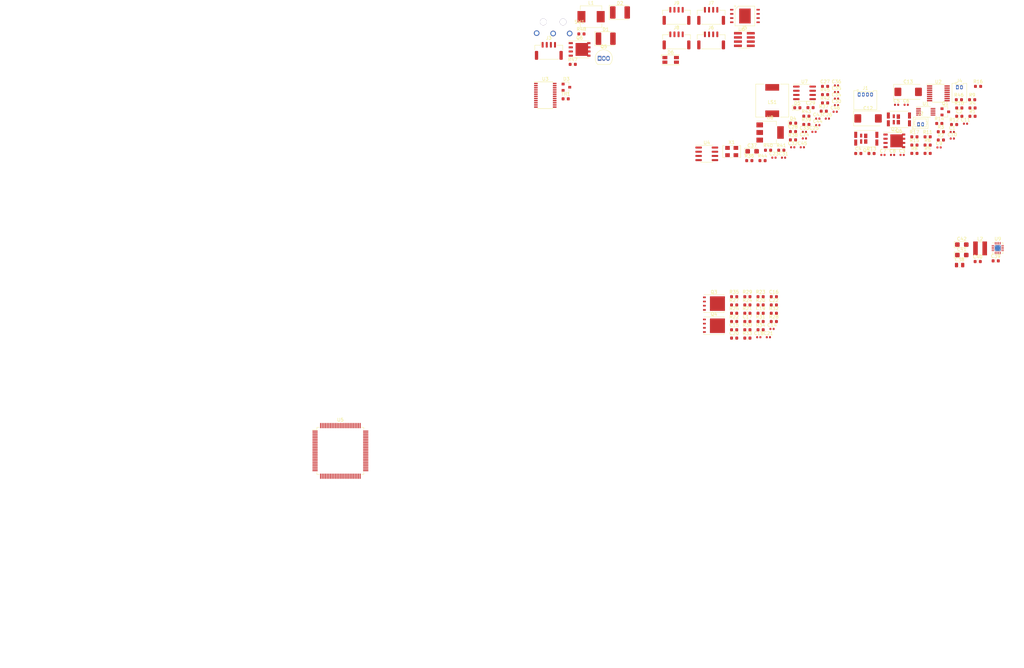
<source format=kicad_pcb>
(kicad_pcb (version 20171130) (host pcbnew 5.1.5+dfsg1-2build2)
  (layers (0 F.Cu signal) (1 In1.Cu signal hide) (2 In2.Cu signal) (31 B.Cu signal) (34 B.Paste user) (35 F.Paste user) (36 B.SilkS user) (37 F.SilkS user) (38 B.Mask user) (39 F.Mask user) (44 Edge.Cuts user))
  (net 0 "")
  (net 1 GND)
  (net 2 +3V3)
  (net 3 "Net-(C2-Pad2)")
  (net 4 "Net-(C3-Pad2)")
  (net 5 "Net-(C3-Pad1)")
  (net 6 "Net-(C4-Pad1)")
  (net 7 "Net-(C6-Pad2)")
  (net 8 "Net-(C7-Pad2)")
  (net 9 "Net-(C8-Pad2)")
  (net 10 "Net-(C9-Pad2)")
  (net 11 "Net-(C10-Pad2)")
  (net 12 "Net-(C11-Pad2)")
  (net 13 "Net-(C12-Pad1)")
  (net 14 /BATT_VCC)
  (net 15 /BATT_GND)
  (net 16 "Net-(C14-Pad1)")
  (net 17 "Net-(C15-Pad2)")
  (net 18 "Net-(C15-Pad1)")
  (net 19 "Net-(C16-Pad1)")
  (net 20 "Net-(C17-Pad1)")
  (net 21 "Net-(C18-Pad2)")
  (net 22 "Net-(C20-Pad2)")
  (net 23 "Net-(C22-Pad1)")
  (net 24 +BATT)
  (net 25 "Net-(C40-Pad2)")
  (net 26 "Net-(C40-Pad1)")
  (net 27 +5V)
  (net 28 "Net-(D4-Pad2)")
  (net 29 "Net-(D5-Pad2)")
  (net 30 /BATT7V2)
  (net 31 /BATT3V6)
  (net 32 /MCU/Buzzer_2)
  (net 33 /MCU/Buzzer_1)
  (net 34 "Net-(Q1-Pad3)")
  (net 35 "Net-(Q1-Pad1)")
  (net 36 "Net-(D2-Pad1)")
  (net 37 "Net-(Q2-Pad4)")
  (net 38 "Net-(Q3-Pad5)")
  (net 39 "Net-(Q3-Pad4)")
  (net 40 "Net-(Q3-Pad1)")
  (net 41 "Net-(D3-Pad1)")
  (net 42 "Net-(Q5-Pad3)")
  (net 43 "Net-(Q5-Pad2)")
  (net 44 "Net-(Q5-Pad1)")
  (net 45 "Net-(Q6-Pad3)")
  (net 46 "Net-(Q6-Pad2)")
  (net 47 "Net-(Q6-Pad1)")
  (net 48 /CELL_7V2)
  (net 49 /CELL_3V6)
  (net 50 /CHARGE_VOLT)
  (net 51 VCC)
  (net 52 /DISABLE)
  (net 53 "Net-(R10-Pad2)")
  (net 54 /SDA)
  (net 55 /SCL)
  (net 56 /ALERT)
  (net 57 "Net-(R28-Pad2)")
  (net 58 "Net-(R30-Pad1)")
  (net 59 "Net-(R31-Pad2)")
  (net 60 "Net-(R31-Pad1)")
  (net 61 "Net-(R32-Pad2)")
  (net 62 "Net-(D3-Pad2)")
  (net 63 "Net-(R35-Pad2)")
  (net 64 /MCU/LED_1)
  (net 65 /MCU/LED_2)
  (net 66 /MCU/LED_B)
  (net 67 "Net-(D6-Pad3)")
  (net 68 /MCU/LED_G)
  (net 69 "Net-(D6-Pad2)")
  (net 70 /MCU/LED_R)
  (net 71 "Net-(D6-Pad1)")
  (net 72 /CAN_L)
  (net 73 /CAN_H)
  (net 74 /MCU/NRST)
  (net 75 /MCU/PD10)
  (net 76 /MCU/CAN2_L)
  (net 77 /MCU/CAN2_H)
  (net 78 "Net-(L1-Pad2)")
  (net 79 /IOUT)
  (net 80 /MCU/CAN1_RX)
  (net 81 /MCU/CAN1_TX)
  (net 82 "/MCU/PWM_4(PB8)")
  (net 83 /MCU/CAN2_TX)
  (net 84 /MCU/CAN2_RX)
  (net 85 "/MCU/PWM_3(PB3)")
  (net 86 /MCU/UART4_RX)
  (net 87 /MCU/UART4_TX)
  (net 88 /MCU/SPI1_~CS)
  (net 89 /MCU/SWCLK)
  (net 90 /MCU/SWDIO)
  (net 91 "/MCU/PWM_2(PA12)")
  (net 92 "/MCU/PWM_1(PA11)")
  (net 93 "/MCU/PWM_0(PA10)")
  (net 94 /MCU/I2C4_SDA)
  (net 95 /MCU/I2C4_SCL)
  (net 96 /MCU/USART3_RX)
  (net 97 /MCU/USART3_TX)
  (net 98 "/MCU/A_PWM_11(PB15)")
  (net 99 "/MCU/A_PWM_7(PB11)")
  (net 100 "/MCU/A_PWM_6(PB10)")
  (net 101 /MCU/QSPI1_BK1_IO3)
  (net 102 /MCU/QSPI1_BK1_IO2)
  (net 103 /MCU/QSPI1_BK1_IO1)
  (net 104 /MCU/QSPI1_BK1_IO0)
  (net 105 /MCU/QSPI1_BK1_NC)
  (net 106 /MCU/QSPI1_CLK)
  (net 107 "/MCU/A_PWM_14(PE9)")
  (net 108 /MCU/PE7)
  (net 109 "/MCU/A_PWM_5(PB2)")
  (net 110 "/MCU/A_PWM_4(PB1)")
  (net 111 "/MCU/A_PWM_3(PB0)")
  (net 112 /MCU/PC5)
  (net 113 /MCU/QSPI1_BK2_IO3)
  (net 114 /MCU/SPI1_MOSI)
  (net 115 /MCU/SPI1_MISO)
  (net 116 /MCU/SPI1_SCK)
  (net 117 "/MCU/A_PWM_2(PA4)")
  (net 118 /MCU/USART2_RX)
  (net 119 /MCU/USART2_TX)
  (net 120 /MCU/QSPI1_BK2_IO2)
  (net 121 /MCU/QSPI1_BK2_IO1)
  (net 122 /MCU/QSPI1_BK2_IO0)
  (net 123 "/MCU/A_PWM_12(PC0)")
  (net 124 "Net-(U5-Pad6)")
  (net 125 /MCU/CLK)
  (net 126 "Net-(U5-Pad4)")
  (net 127 "Net-(U5-Pad3)")
  (net 128 "Net-(U5-Pad2)")
  (net 129 "/MCU/5V 1A/EN")
  (net 130 "Net-(U9-Pad7)")
  (net 131 "Net-(U9-Pad6)")
  (net 132 "Net-(J5-Pad4)")
  (net 133 "Net-(Q6-Pad5)")
  (net 134 "Net-(R47-Pad1)")
  (net 135 "Net-(SW1-Pad3)")
  (net 136 "Net-(U3-Pad21)")
  (net 137 "Net-(U3-Pad15)")
  (module TXV_LIB:WSON-8-8x6mm (layer F.Cu) (at 315.484999 -27.685)
    (fp_text reference U6 (at -1 4) (layer F.SilkS))
    (fp_text value W25Q256JV)
    (pad 1 smd rect (at -4 -1.905) (size 1 0.5) (layers F.Cu F.Paste F.Mask) (net 105 /MCU/QSPI1_BK1_NC))
    (pad 2 smd rect (at -4 -0.635) (size 1 0.5) (layers F.Cu F.Paste F.Mask) (net 103 /MCU/QSPI1_BK1_IO1))
    (pad 3 smd rect (at -4 0.635) (size 1 0.5) (layers F.Cu F.Paste F.Mask) (net 102 /MCU/QSPI1_BK1_IO2))
    (pad 4 smd rect (at -4 1.905) (size 1 0.5) (layers F.Cu F.Paste F.Mask) (net 1 GND))
    (pad 5 smd rect (at 4 1.905) (size 1 0.5) (layers F.Cu F.Paste F.Mask) (net 104 /MCU/QSPI1_BK1_IO0))
    (pad 6 smd rect (at 4 0.635) (size 1 0.5) (layers F.Cu F.Paste F.Mask) (net 106 /MCU/QSPI1_CLK))
    (pad 7 smd rect (at 4 -0.635) (size 1 0.5) (layers F.Cu F.Paste F.Mask) (net 101 /MCU/QSPI1_BK1_IO3))
    (pad 8 smd rect (at 4 -1.905) (size 1 0.5) (layers F.Cu F.Paste F.Mask) (net 2 +3V3))
    (pad 9 smd rect (at 0 0) (size 3.5 4.5) (layers F.Cu F.Paste F.Mask))
  )
  (module Package_SO:TSSOP-24_4.4x7.8mm_P0.65mm (layer F.Cu) (at 254.99 -3.64)
    (fp_text reference U3 (at 0 -4.95) (layer F.SilkS))
    (fp_text value BQ77915)
    (pad 24 smd rect (at 2.85 -3.575) (size 1.1 0.4) (layers F.Cu F.Paste F.Mask) (net 15 /BATT_GND))
    (pad 23 smd rect (at 2.85 -2.925) (size 1.1 0.4) (layers F.Cu F.Paste F.Mask) (net 15 /BATT_GND))
    (pad 22 smd rect (at 2.85 -2.275) (size 1.1 0.4) (layers F.Cu F.Paste F.Mask) (net 58 "Net-(R30-Pad1)"))
    (pad 21 smd rect (at 2.85 -1.625) (size 1.1 0.4) (layers F.Cu F.Paste F.Mask) (net 136 "Net-(U3-Pad21)"))
    (pad 20 smd rect (at 2.85 -0.975) (size 1.1 0.4) (layers F.Cu F.Paste F.Mask) (net 15 /BATT_GND))
    (pad 19 smd rect (at 2.85 -0.325) (size 1.1 0.4) (layers F.Cu F.Paste F.Mask) (net 59 "Net-(R31-Pad2)"))
    (pad 18 smd rect (at 2.85 0.325) (size 1.1 0.4) (layers F.Cu F.Paste F.Mask) (net 60 "Net-(R31-Pad1)"))
    (pad 17 smd rect (at 2.85 0.975) (size 1.1 0.4) (layers F.Cu F.Paste F.Mask) (net 61 "Net-(R32-Pad2)"))
    (pad 16 smd rect (at 2.85 1.625) (size 1.1 0.4) (layers F.Cu F.Paste F.Mask) (net 15 /BATT_GND))
    (pad 15 smd rect (at 2.85 2.275) (size 1.1 0.4) (layers F.Cu F.Paste F.Mask) (net 137 "Net-(U3-Pad15)"))
    (pad 14 smd rect (at 2.85 2.925) (size 1.1 0.4) (layers F.Cu F.Paste F.Mask) (net 63 "Net-(R35-Pad2)"))
    (pad 13 smd rect (at 2.85 3.575) (size 1.1 0.4) (layers F.Cu F.Paste F.Mask) (net 62 "Net-(D3-Pad2)"))
    (pad 12 smd rect (at -2.85 3.575) (size 1.1 0.4) (layers F.Cu F.Paste F.Mask) (net 57 "Net-(R28-Pad2)"))
    (pad 11 smd rect (at -2.85 2.925) (size 1.1 0.4) (layers F.Cu F.Paste F.Mask) (net 21 "Net-(C18-Pad2)"))
    (pad 10 smd rect (at -2.85 2.275) (size 1.1 0.4) (layers F.Cu F.Paste F.Mask) (net 16 "Net-(C14-Pad1)"))
    (pad 9 smd rect (at -2.85 1.625) (size 1.1 0.4) (layers F.Cu F.Paste F.Mask) (net 15 /BATT_GND))
    (pad 8 smd rect (at -2.85 0.975) (size 1.1 0.4) (layers F.Cu F.Paste F.Mask) (net 22 "Net-(C20-Pad2)"))
    (pad 7 smd rect (at -2.85 0.325) (size 1.1 0.4) (layers F.Cu F.Paste F.Mask) (net 17 "Net-(C15-Pad2)"))
    (pad 6 smd rect (at -2.85 -0.325) (size 1.1 0.4) (layers F.Cu F.Paste F.Mask) (net 18 "Net-(C15-Pad1)"))
    (pad 5 smd rect (at -2.85 -0.975) (size 1.1 0.4) (layers F.Cu F.Paste F.Mask) (net 20 "Net-(C17-Pad1)"))
    (pad 4 smd rect (at -2.85 -1.625) (size 1.1 0.4) (layers F.Cu F.Paste F.Mask) (net 20 "Net-(C17-Pad1)"))
    (pad 3 smd rect (at -2.85 -2.275) (size 1.1 0.4) (layers F.Cu F.Paste F.Mask) (net 20 "Net-(C17-Pad1)"))
    (pad 2 smd rect (at -2.85 -2.925) (size 1.1 0.4) (layers F.Cu F.Paste F.Mask) (net 23 "Net-(C22-Pad1)"))
    (pad 1 smd rect (at -2.85 -3.575) (size 1.1 0.4) (layers F.Cu F.Paste F.Mask) (net 19 "Net-(C16-Pad1)"))
  )
  (module Resistor_SMD:R_0603_1608Metric (layer F.Cu) (at 261.17 -2.56)
    (fp_text reference TH1 (at 0 -1.43) (layer F.SilkS))
    (fp_text value Thermistor_NTC)
    (pad 2 smd roundrect (at 0.7875 0) (size 0.875 0.95) (layers F.Cu F.Paste F.Mask) (net 60 "Net-(R31-Pad1)"))
    (pad 1 smd roundrect (at -0.7875 0) (size 0.875 0.95) (layers F.Cu F.Paste F.Mask) (net 15 /BATT_GND))
  )
  (module TXV_LIB:MicroSwitch (layer F.Cu) (at 257.375 -25.885)
    (fp_text reference SW1 (at 8 0) (layer F.SilkS))
    (fp_text value SW_Push_SPDT)
    (pad 1 thru_hole circle (at -5 3.4) (size 1.7 1.7) (drill 1.1) (layers *.Cu *.Mask) (net 14 /BATT_VCC))
    (pad 2 thru_hole circle (at 0 3.5) (size 1.7 1.7) (drill 1.1) (layers *.Cu *.Mask) (net 134 "Net-(R47-Pad1)"))
    (pad 3 thru_hole circle (at 5 3.5) (size 1.7 1.7) (drill 1.1) (layers *.Cu *.Mask) (net 135 "Net-(SW1-Pad3)"))
    (pad "" thru_hole circle (at 3 0) (size 2 2) (drill 2) (layers *.Cu *.Mask))
    (pad "" thru_hole circle (at -3 0) (size 2 2) (drill 2) (layers *.Cu *.Mask))
  )
  (module Resistor_SMD:R_0603_1608Metric (layer F.Cu) (at 265.94 -22.24)
    (fp_text reference R48 (at 0 -1.43) (layer F.SilkS))
    (fp_text value 1k)
    (pad 2 smd roundrect (at 0.7875 0) (size 0.875 0.95) (layers F.Cu F.Paste F.Mask) (net 14 /BATT_VCC))
    (pad 1 smd roundrect (at -0.7875 0) (size 0.875 0.95) (layers F.Cu F.Paste F.Mask) (net 42 "Net-(Q5-Pad3)"))
  )
  (module Resistor_SMD:R_0603_1608Metric (layer F.Cu) (at 263.31 -13.02)
    (fp_text reference R47 (at 0 -1.43) (layer F.SilkS))
    (fp_text value 1k)
    (pad 2 smd roundrect (at 0.7875 0) (size 0.875 0.95) (layers F.Cu F.Paste F.Mask) (net 43 "Net-(Q5-Pad2)"))
    (pad 1 smd roundrect (at -0.7875 0) (size 0.875 0.95) (layers F.Cu F.Paste F.Mask) (net 134 "Net-(R47-Pad1)"))
  )
  (module Package_SO:PowerPAK_SO-8_Single (layer F.Cu) (at 265.38 -17.55)
    (fp_text reference Q6 (at 0 -3.5) (layer F.SilkS))
    (fp_text value Si7141DP)
    (pad 5 smd rect (at 0.69 0) (size 3.81 3.91) (layers F.Cu F.Paste F.Mask) (net 133 "Net-(Q6-Pad5)"))
    (pad 5 smd rect (at 2.795 -1.905) (size 1.02 0.61) (layers F.Cu F.Paste F.Mask) (net 133 "Net-(Q6-Pad5)"))
    (pad 5 smd rect (at 2.795 -0.635) (size 1.02 0.61) (layers F.Cu F.Paste F.Mask) (net 133 "Net-(Q6-Pad5)"))
    (pad 5 smd rect (at 2.795 0.635) (size 1.02 0.61) (layers F.Cu F.Paste F.Mask) (net 133 "Net-(Q6-Pad5)"))
    (pad 5 smd rect (at 2.795 1.905) (size 1.02 0.61) (layers F.Cu F.Paste F.Mask) (net 133 "Net-(Q6-Pad5)"))
    (pad 4 smd rect (at -2.67 1.905) (size 1.27 0.61) (layers F.Cu F.Paste F.Mask) (net 42 "Net-(Q5-Pad3)"))
    (pad 3 smd rect (at -2.67 0.635) (size 1.27 0.61) (layers F.Cu F.Paste F.Mask) (net 14 /BATT_VCC))
    (pad 2 smd rect (at -2.67 -0.635) (size 1.27 0.61) (layers F.Cu F.Paste F.Mask) (net 14 /BATT_VCC))
    (pad 1 smd rect (at -2.67 -1.905) (size 1.27 0.61) (layers F.Cu F.Paste F.Mask) (net 14 /BATT_VCC))
  )
  (module Package_TO_SOT_THT:TO-92_Inline (layer F.Cu) (at 271.44 -14.85)
    (fp_text reference Q5 (at 1.27 -3.56) (layer F.SilkS))
    (fp_text value 2N3904)
    (pad 1 thru_hole rect (at 0 0) (size 1.05 1.5) (drill 0.75) (layers *.Cu *.Mask) (net 1 GND))
    (pad 3 thru_hole oval (at 2.54 0) (size 1.05 1.5) (drill 0.75) (layers *.Cu *.Mask) (net 42 "Net-(Q5-Pad3)"))
    (pad 2 thru_hole oval (at 1.27 0) (size 1.05 1.5) (drill 0.75) (layers *.Cu *.Mask) (net 43 "Net-(Q5-Pad2)"))
  )
  (module Inductor_SMD:L_Vishay_IHLP-2525 (layer F.Cu) (at 268.86 -27.47)
    (fp_text reference L1 (at 0 -4.175) (layer F.SilkS))
    (fp_text value 10uH)
    (pad 2 smd rect (at 2.921 0) (size 2.413 3.429) (layers F.Cu F.Paste F.Mask) (net 78 "Net-(L1-Pad2)"))
    (pad 1 smd rect (at -2.921 0) (size 2.413 3.429) (layers F.Cu F.Paste F.Mask) (net 36 "Net-(D2-Pad1)"))
  )
  (module Connector_JST:JST_GH_SM04B-GHS-TB_1x04-1MP_P1.25mm_Horizontal (layer F.Cu) (at 294.75 -27.72)
    (fp_text reference J9 (at 0 -3.9) (layer F.SilkS))
    (fp_text value Conn_01x04_MountingPin)
    (pad MP smd roundrect (at 3.725 1.35) (size 1 2.7) (layers F.Cu F.Paste F.Mask) (net 1 GND))
    (pad MP smd roundrect (at -3.725 1.35) (size 1 2.7) (layers F.Cu F.Paste F.Mask) (net 1 GND))
    (pad 4 smd roundrect (at 1.875 -1.85) (size 0.6 1.7) (layers F.Cu F.Paste F.Mask) (net 1 GND))
    (pad 3 smd roundrect (at 0.625 -1.85) (size 0.6 1.7) (layers F.Cu F.Paste F.Mask) (net 76 /MCU/CAN2_L))
    (pad 2 smd roundrect (at -0.625 -1.85) (size 0.6 1.7) (layers F.Cu F.Paste F.Mask) (net 77 /MCU/CAN2_H))
    (pad 1 smd roundrect (at -1.875 -1.85) (size 0.6 1.7) (layers F.Cu F.Paste F.Mask) (net 27 +5V))
  )
  (module Connector_JST:JST_GH_SM04B-GHS-TB_1x04-1MP_P1.25mm_Horizontal (layer F.Cu) (at 294.75 -20.27)
    (fp_text reference J8 (at 0 -3.9) (layer F.SilkS))
    (fp_text value Conn_01x04_MountingPin)
    (pad MP smd roundrect (at 3.725 1.35) (size 1 2.7) (layers F.Cu F.Paste F.Mask) (net 1 GND))
    (pad MP smd roundrect (at -3.725 1.35) (size 1 2.7) (layers F.Cu F.Paste F.Mask) (net 1 GND))
    (pad 4 smd roundrect (at 1.875 -1.85) (size 0.6 1.7) (layers F.Cu F.Paste F.Mask) (net 1 GND))
    (pad 3 smd roundrect (at 0.625 -1.85) (size 0.6 1.7) (layers F.Cu F.Paste F.Mask) (net 76 /MCU/CAN2_L))
    (pad 2 smd roundrect (at -0.625 -1.85) (size 0.6 1.7) (layers F.Cu F.Paste F.Mask) (net 77 /MCU/CAN2_H))
    (pad 1 smd roundrect (at -1.875 -1.85) (size 0.6 1.7) (layers F.Cu F.Paste F.Mask) (net 27 +5V))
  )
  (module Connector_JST:JST_GH_SM04B-GHS-TB_1x04-1MP_P1.25mm_Horizontal (layer F.Cu) (at 305.24 -27.72)
    (fp_text reference J7 (at 0 -3.9) (layer F.SilkS))
    (fp_text value Conn_01x04_MountingPin)
    (pad MP smd roundrect (at 3.725 1.35) (size 1 2.7) (layers F.Cu F.Paste F.Mask) (net 1 GND))
    (pad MP smd roundrect (at -3.725 1.35) (size 1 2.7) (layers F.Cu F.Paste F.Mask) (net 1 GND))
    (pad 4 smd roundrect (at 1.875 -1.85) (size 0.6 1.7) (layers F.Cu F.Paste F.Mask) (net 1 GND))
    (pad 3 smd roundrect (at 0.625 -1.85) (size 0.6 1.7) (layers F.Cu F.Paste F.Mask) (net 72 /CAN_L))
    (pad 2 smd roundrect (at -0.625 -1.85) (size 0.6 1.7) (layers F.Cu F.Paste F.Mask) (net 73 /CAN_H))
    (pad 1 smd roundrect (at -1.875 -1.85) (size 0.6 1.7) (layers F.Cu F.Paste F.Mask) (net 27 +5V))
  )
  (module Connector_JST:JST_GH_SM04B-GHS-TB_1x04-1MP_P1.25mm_Horizontal (layer F.Cu) (at 305.24 -20.27)
    (fp_text reference J6 (at 0 -3.9) (layer F.SilkS))
    (fp_text value Conn_01x04_MountingPin)
    (pad MP smd roundrect (at 3.725 1.35) (size 1 2.7) (layers F.Cu F.Paste F.Mask) (net 1 GND))
    (pad MP smd roundrect (at -3.725 1.35) (size 1 2.7) (layers F.Cu F.Paste F.Mask) (net 1 GND))
    (pad 4 smd roundrect (at 1.875 -1.85) (size 0.6 1.7) (layers F.Cu F.Paste F.Mask) (net 1 GND))
    (pad 3 smd roundrect (at 0.625 -1.85) (size 0.6 1.7) (layers F.Cu F.Paste F.Mask) (net 72 /CAN_L))
    (pad 2 smd roundrect (at -0.625 -1.85) (size 0.6 1.7) (layers F.Cu F.Paste F.Mask) (net 73 /CAN_H))
    (pad 1 smd roundrect (at -1.875 -1.85) (size 0.6 1.7) (layers F.Cu F.Paste F.Mask) (net 27 +5V))
  )
  (module Connector_PinHeader_1.27mm:PinHeader_2x04_P1.27mm_Vertical_SMD (layer F.Cu) (at 315.31 -20.55)
    (fp_text reference J5 (at 0 -3.6) (layer F.SilkS))
    (fp_text value Conn_02x04_Odd_Even)
    (pad 8 smd rect (at 1.95 1.905) (size 2.4 0.74) (layers F.Cu F.Paste F.Mask) (net 86 /MCU/UART4_RX))
    (pad 7 smd rect (at -1.95 1.905) (size 2.4 0.74) (layers F.Cu F.Paste F.Mask) (net 87 /MCU/UART4_TX))
    (pad 6 smd rect (at 1.95 0.635) (size 2.4 0.74) (layers F.Cu F.Paste F.Mask) (net 90 /MCU/SWDIO))
    (pad 5 smd rect (at -1.95 0.635) (size 2.4 0.74) (layers F.Cu F.Paste F.Mask) (net 89 /MCU/SWCLK))
    (pad 4 smd rect (at 1.95 -0.635) (size 2.4 0.74) (layers F.Cu F.Paste F.Mask) (net 132 "Net-(J5-Pad4)"))
    (pad 3 smd rect (at -1.95 -0.635) (size 2.4 0.74) (layers F.Cu F.Paste F.Mask) (net 74 /MCU/NRST))
    (pad 2 smd rect (at 1.95 -1.905) (size 2.4 0.74) (layers F.Cu F.Paste F.Mask) (net 2 +3V3))
    (pad 1 smd rect (at -1.95 -1.905) (size 2.4 0.74) (layers F.Cu F.Paste F.Mask) (net 1 GND))
  )
  (module Connector_Molex:Molex_PicoBlade_53048-0210_1x02_P1.25mm_Horizontal (layer F.Cu) (at 379.845001 -6.074999)
    (fp_text reference J4 (at 0.62 -1.95) (layer F.SilkS))
    (fp_text value Conn_01x02)
    (pad 2 thru_hole oval (at 1.25 0) (size 0.8 1.3) (drill 0.5) (layers *.Cu *.Mask) (net 14 /BATT_VCC))
    (pad 1 thru_hole roundrect (at 0 0) (size 0.8 1.3) (drill 0.5) (layers *.Cu *.Mask) (net 15 /BATT_GND))
  )
  (module Connector_JST:JST_GH_SM04B-GHS-TB_1x04-1MP_P1.25mm_Horizontal (layer F.Cu) (at 256.06 -17.1)
    (fp_text reference J3 (at 0 -3.9) (layer F.SilkS))
    (fp_text value Conn_01x04_MountingPin)
    (pad MP smd roundrect (at 3.725 1.35) (size 1 2.7) (layers F.Cu F.Paste F.Mask) (net 1 GND))
    (pad MP smd roundrect (at -3.725 1.35) (size 1 2.7) (layers F.Cu F.Paste F.Mask) (net 1 GND))
    (pad 4 smd roundrect (at 1.875 -1.85) (size 0.6 1.7) (layers F.Cu F.Paste F.Mask) (net 1 GND))
    (pad 3 smd roundrect (at 0.625 -1.85) (size 0.6 1.7) (layers F.Cu F.Paste F.Mask) (net 72 /CAN_L))
    (pad 2 smd roundrect (at -0.625 -1.85) (size 0.6 1.7) (layers F.Cu F.Paste F.Mask) (net 73 /CAN_H))
    (pad 1 smd roundrect (at -1.875 -1.85) (size 0.6 1.7) (layers F.Cu F.Paste F.Mask) (net 51 VCC))
  )
  (module Connector_Molex:Molex_PicoBlade_53047-0210_1x02_P1.25mm_Vertical (layer F.Cu) (at 368.095001 5.175001)
    (fp_text reference J2 (at 0.62 -3.25) (layer F.SilkS))
    (fp_text value Conn_01x02)
    (pad 2 thru_hole oval (at 1.25 0) (size 0.8 1.3) (drill 0.5) (layers *.Cu *.Mask) (net 1 GND))
    (pad 1 thru_hole roundrect (at 0 0) (size 0.8 1.3) (drill 0.5) (layers *.Cu *.Mask) (net 24 +BATT))
  )
  (module Connector_Molex:Molex_PicoBlade_53048-0410_1x04_P1.25mm_Horizontal (layer F.Cu) (at 350.105001 -3.874999)
    (fp_text reference J1 (at 1.88 -1.95) (layer F.SilkS))
    (fp_text value Conn_01x04)
    (pad 4 thru_hole oval (at 3.75 0) (size 0.8 1.3) (drill 0.5) (layers *.Cu *.Mask) (net 14 /BATT_VCC))
    (pad 3 thru_hole oval (at 2.5 0) (size 0.8 1.3) (drill 0.5) (layers *.Cu *.Mask) (net 30 /BATT7V2))
    (pad 2 thru_hole oval (at 1.25 0) (size 0.8 1.3) (drill 0.5) (layers *.Cu *.Mask) (net 31 /BATT3V6))
    (pad 1 thru_hole roundrect (at 0 0) (size 0.8 1.3) (drill 0.5) (layers *.Cu *.Mask) (net 15 /BATT_GND))
  )
  (module LED_SMD:LED_RGB_1210 (layer F.Cu) (at 292.98 -14.37)
    (fp_text reference D6 (at 0 -2.3) (layer F.SilkS))
    (fp_text value LED_RGBC)
    (pad 3 smd rect (at 1.75 0.7 180) (size 1.5 1) (layers F.Cu F.Paste F.Mask) (net 67 "Net-(D6-Pad3)"))
    (pad 4 smd rect (at 1.75 -0.7 180) (size 1.5 1) (layers F.Cu F.Paste F.Mask) (net 1 GND))
    (pad 2 smd rect (at -1.75 0.7 180) (size 1.5 1) (layers F.Cu F.Paste F.Mask) (net 69 "Net-(D6-Pad2)"))
    (pad 1 smd rect (at -1.75 -0.7 180) (size 1.5 1) (layers F.Cu F.Paste F.Mask) (net 71 "Net-(D6-Pad1)"))
  )
  (module Diode_SMD:D_SOT-23_ANK (layer F.Cu) (at 261.39 -6.09)
    (fp_text reference D3 (at 0 -2.5) (layer F.SilkS))
    (fp_text value D_Zener)
    (pad 1 smd rect (at 1 0) (size 0.9 0.8) (layers F.Cu F.Paste F.Mask) (net 41 "Net-(D3-Pad1)"))
    (pad "" smd rect (at -1 0.95) (size 0.9 0.8) (layers F.Cu F.Paste F.Mask))
    (pad 2 smd rect (at -1 -0.95) (size 0.9 0.8) (layers F.Cu F.Paste F.Mask) (net 62 "Net-(D3-Pad2)"))
  )
  (module Diode_SMD:D_2114_3652Metric (layer F.Cu) (at 277.63 -28.75)
    (fp_text reference D2 (at 0 -2.82) (layer F.SilkS))
    (fp_text value D_Schottky)
    (pad 2 smd roundrect (at 2.1875 0) (size 1.675 3.75) (layers F.Cu F.Paste F.Mask) (roundrect_rratio 0.149254) (net 1 GND))
    (pad 1 smd roundrect (at -2.1875 0) (size 1.675 3.75) (layers F.Cu F.Paste F.Mask) (roundrect_rratio 0.149254) (net 36 "Net-(D2-Pad1)"))
  )
  (module Diode_SMD:D_2114_3652Metric (layer F.Cu) (at 273.3 -20.8)
    (fp_text reference D1 (at 0 -2.82) (layer F.SilkS))
    (fp_text value D_Schottky)
    (pad 2 smd roundrect (at 2.1875 0) (size 1.675 3.75) (layers F.Cu F.Paste F.Mask) (roundrect_rratio 0.149254) (net 51 VCC))
    (pad 1 smd roundrect (at -2.1875 0) (size 1.675 3.75) (layers F.Cu F.Paste F.Mask) (roundrect_rratio 0.149254) (net 4 "Net-(C3-Pad2)"))
  )
  (module Oscillator:Oscillator_SMD_TXC_7C-4Pin_5.0x3.2mm (layer F.Cu) (at 311.475001 13.415001)
    (fp_text reference X1 (at 0 -2.8) (layer F.SilkS))
    (fp_text value TXC-7C)
    (pad 4 smd rect (at -1.27 -1.1) (size 1.4 1.2) (layers F.Cu F.Paste F.Mask) (net 2 +3V3))
    (pad 3 smd rect (at 1.27 -1.1) (size 1.4 1.2) (layers F.Cu F.Paste F.Mask) (net 125 /MCU/CLK))
    (pad 2 smd rect (at 1.27 1.1) (size 1.4 1.2) (layers F.Cu F.Paste F.Mask) (net 1 GND))
    (pad 1 smd rect (at -1.27 1.1) (size 1.4 1.2) (layers F.Cu F.Paste F.Mask) (net 2 +3V3))
  )
  (module Package_DFN_QFN:QFN-16-1EP_3x3mm_P0.5mm_EP1.75x1.75mm_ThermalVias (layer F.Cu) (at 392.095001 42.695001)
    (fp_text reference U9 (at 0 -2.8) (layer F.SilkS))
    (fp_text value TS30041-M050QFNR)
    (pad 16 smd roundrect (at -0.75 -1.4625) (size 0.25 0.775) (layers F.Cu F.Paste F.Mask) (net 25 "Net-(C40-Pad2)"))
    (pad 15 smd roundrect (at -0.25 -1.4625) (size 0.25 0.775) (layers F.Cu F.Paste F.Mask) (net 1 GND))
    (pad 14 smd roundrect (at 0.25 -1.4625) (size 0.25 0.775) (layers F.Cu F.Paste F.Mask) (net 1 GND))
    (pad 13 smd roundrect (at 0.75 -1.4625) (size 0.25 0.775) (layers F.Cu F.Paste F.Mask) (net 25 "Net-(C40-Pad2)"))
    (pad 12 smd roundrect (at 1.4625 -0.75) (size 0.775 0.25) (layers F.Cu F.Paste F.Mask) (net 25 "Net-(C40-Pad2)"))
    (pad 11 smd roundrect (at 1.4625 -0.25) (size 0.775 0.25) (layers F.Cu F.Paste F.Mask) (net 24 +BATT))
    (pad 10 smd roundrect (at 1.4625 0.25) (size 0.775 0.25) (layers F.Cu F.Paste F.Mask) (net 26 "Net-(C40-Pad1)"))
    (pad 9 smd roundrect (at 1.4625 0.75) (size 0.775 0.25) (layers F.Cu F.Paste F.Mask) (net 129 "/MCU/5V 1A/EN"))
    (pad 8 smd roundrect (at 0.75 1.4625) (size 0.25 0.775) (layers F.Cu F.Paste F.Mask) (net 108 /MCU/PE7))
    (pad 7 smd roundrect (at 0.25 1.4625) (size 0.25 0.775) (layers F.Cu F.Paste F.Mask) (net 130 "Net-(U9-Pad7)"))
    (pad 6 smd roundrect (at -0.25 1.4625) (size 0.25 0.775) (layers F.Cu F.Paste F.Mask) (net 131 "Net-(U9-Pad6)"))
    (pad 5 smd roundrect (at -0.75 1.4625) (size 0.25 0.775) (layers F.Cu F.Paste F.Mask) (net 27 +5V))
    (pad 4 smd roundrect (at -1.4625 0.75) (size 0.775 0.25) (layers F.Cu F.Paste F.Mask) (net 1 GND))
    (pad 3 smd roundrect (at -1.4625 0.25) (size 0.775 0.25) (layers F.Cu F.Paste F.Mask) (net 24 +BATT))
    (pad 2 smd roundrect (at -1.4625 -0.25) (size 0.775 0.25) (layers F.Cu F.Paste F.Mask) (net 24 +BATT))
    (pad 1 smd roundrect (at -1.4625 -0.75) (size 0.775 0.25) (layers F.Cu F.Paste F.Mask) (net 25 "Net-(C40-Pad2)"))
    (pad 17 smd roundrect (at 0 0) (size 1.75 1.75) (layers B.Cu) (roundrect_rratio 0.142857) (net 1 GND))
    (pad 17 thru_hole circle (at 0.625 0.625) (size 0.5 0.5) (drill 0.2) (layers *.Cu) (net 1 GND))
    (pad 17 thru_hole circle (at -0.625 0.625) (size 0.5 0.5) (drill 0.2) (layers *.Cu) (net 1 GND))
    (pad 17 thru_hole circle (at 0.625 -0.625) (size 0.5 0.5) (drill 0.2) (layers *.Cu) (net 1 GND))
    (pad 17 thru_hole circle (at -0.625 -0.625) (size 0.5 0.5) (drill 0.2) (layers *.Cu) (net 1 GND))
    (pad 17 smd roundrect (at 0 0) (size 1.75 1.75) (layers F.Cu F.Mask) (roundrect_rratio 0.142857) (net 1 GND))
  )
  (module Package_TO_SOT_SMD:SOT-223-3_TabPin2 (layer F.Cu) (at 323.115001 7.645001)
    (fp_text reference U8 (at 0 -4.5) (layer F.SilkS))
    (fp_text value AMS1117-3.3)
    (pad 1 smd rect (at -3.15 -2.3) (size 2 1.5) (layers F.Cu F.Paste F.Mask) (net 1 GND))
    (pad 3 smd rect (at -3.15 2.3) (size 2 1.5) (layers F.Cu F.Paste F.Mask) (net 27 +5V))
    (pad 2 smd rect (at -3.15 0) (size 2 1.5) (layers F.Cu F.Paste F.Mask) (net 2 +3V3))
    (pad 2 smd rect (at 3.15 0) (size 2 3.8) (layers F.Cu F.Paste F.Mask) (net 2 +3V3))
  )
  (module Package_SO:SOIC-8_3.9x4.9mm_P1.27mm (layer F.Cu) (at 333.535001 -4.374999)
    (fp_text reference U7 (at 0 -3.4) (layer F.SilkS))
    (fp_text value MCP2562FDT-H_SN)
    (pad 8 smd roundrect (at 2.475 -1.905) (size 1.95 0.6) (layers F.Cu F.Paste F.Mask) (net 1 GND))
    (pad 7 smd roundrect (at 2.475 -0.635) (size 1.95 0.6) (layers F.Cu F.Paste F.Mask) (net 77 /MCU/CAN2_H))
    (pad 6 smd roundrect (at 2.475 0.635) (size 1.95 0.6) (layers F.Cu F.Paste F.Mask) (net 76 /MCU/CAN2_L))
    (pad 5 smd roundrect (at 2.475 1.905) (size 1.95 0.6) (layers F.Cu F.Paste F.Mask) (net 2 +3V3))
    (pad 4 smd roundrect (at -2.475 1.905) (size 1.95 0.6) (layers F.Cu F.Paste F.Mask) (net 84 /MCU/CAN2_RX))
    (pad 3 smd roundrect (at -2.475 0.635) (size 1.95 0.6) (layers F.Cu F.Paste F.Mask) (net 27 +5V))
    (pad 2 smd roundrect (at -2.475 -0.635) (size 1.95 0.6) (layers F.Cu F.Paste F.Mask) (net 1 GND))
    (pad 1 smd roundrect (at -2.475 -1.905) (size 1.95 0.6) (layers F.Cu F.Paste F.Mask) (net 83 /MCU/CAN2_TX))
  )
  (module Package_QFP:LQFP-100_14x14mm_P0.5mm (layer F.Cu) (at 192.9 104.2)
    (fp_text reference U5 (at 0 -9.42) (layer F.SilkS))
    (fp_text value STM32G473CBU6-LQFP100)
    (pad 100 smd roundrect (at -6 -7.675) (size 0.3 1.6) (layers F.Cu F.Paste F.Mask))
    (pad 99 smd roundrect (at -5.5 -7.675) (size 0.3 1.6) (layers F.Cu F.Paste F.Mask))
    (pad 98 smd roundrect (at -5 -7.675) (size 0.3 1.6) (layers F.Cu F.Paste F.Mask))
    (pad 97 smd roundrect (at -4.5 -7.675) (size 0.3 1.6) (layers F.Cu F.Paste F.Mask))
    (pad 96 smd roundrect (at -4 -7.675) (size 0.3 1.6) (layers F.Cu F.Paste F.Mask))
    (pad 95 smd roundrect (at -3.5 -7.675) (size 0.3 1.6) (layers F.Cu F.Paste F.Mask))
    (pad 94 smd roundrect (at -3 -7.675) (size 0.3 1.6) (layers F.Cu F.Paste F.Mask))
    (pad 93 smd roundrect (at -2.5 -7.675) (size 0.3 1.6) (layers F.Cu F.Paste F.Mask))
    (pad 92 smd roundrect (at -2 -7.675) (size 0.3 1.6) (layers F.Cu F.Paste F.Mask))
    (pad 91 smd roundrect (at -1.5 -7.675) (size 0.3 1.6) (layers F.Cu F.Paste F.Mask))
    (pad 90 smd roundrect (at -1 -7.675) (size 0.3 1.6) (layers F.Cu F.Paste F.Mask))
    (pad 89 smd roundrect (at -0.5 -7.675) (size 0.3 1.6) (layers F.Cu F.Paste F.Mask))
    (pad 88 smd roundrect (at 0 -7.675) (size 0.3 1.6) (layers F.Cu F.Paste F.Mask))
    (pad 87 smd roundrect (at 0.5 -7.675) (size 0.3 1.6) (layers F.Cu F.Paste F.Mask))
    (pad 86 smd roundrect (at 1 -7.675) (size 0.3 1.6) (layers F.Cu F.Paste F.Mask))
    (pad 85 smd roundrect (at 1.5 -7.675) (size 0.3 1.6) (layers F.Cu F.Paste F.Mask))
    (pad 84 smd roundrect (at 2 -7.675) (size 0.3 1.6) (layers F.Cu F.Paste F.Mask))
    (pad 83 smd roundrect (at 2.5 -7.675) (size 0.3 1.6) (layers F.Cu F.Paste F.Mask))
    (pad 82 smd roundrect (at 3 -7.675) (size 0.3 1.6) (layers F.Cu F.Paste F.Mask))
    (pad 81 smd roundrect (at 3.5 -7.675) (size 0.3 1.6) (layers F.Cu F.Paste F.Mask))
    (pad 80 smd roundrect (at 4 -7.675) (size 0.3 1.6) (layers F.Cu F.Paste F.Mask) (net 2 +3V3))
    (pad 79 smd roundrect (at 4.5 -7.675) (size 0.3 1.6) (layers F.Cu F.Paste F.Mask) (net 1 GND))
    (pad 78 smd roundrect (at 5 -7.675) (size 0.3 1.6) (layers F.Cu F.Paste F.Mask) (net 70 /MCU/LED_R))
    (pad 77 smd roundrect (at 5.5 -7.675) (size 0.3 1.6) (layers F.Cu F.Paste F.Mask) (net 82 "/MCU/PWM_4(PB8)"))
    (pad 76 smd roundrect (at 6 -7.675) (size 0.3 1.6) (layers F.Cu F.Paste F.Mask) (net 68 /MCU/LED_G))
    (pad 75 smd roundrect (at 7.675 -6) (size 1.6 0.3) (layers F.Cu F.Paste F.Mask) (net 83 /MCU/CAN2_TX))
    (pad 74 smd roundrect (at 7.675 -5.5) (size 1.6 0.3) (layers F.Cu F.Paste F.Mask) (net 84 /MCU/CAN2_RX))
    (pad 73 smd roundrect (at 7.675 -5) (size 1.6 0.3) (layers F.Cu F.Paste F.Mask) (net 66 /MCU/LED_B))
    (pad 72 smd roundrect (at 7.675 -4.5) (size 1.6 0.3) (layers F.Cu F.Paste F.Mask) (net 85 "/MCU/PWM_3(PB3)"))
    (pad 71 smd roundrect (at 7.675 -4) (size 1.6 0.3) (layers F.Cu F.Paste F.Mask) (net 65 /MCU/LED_2))
    (pad 70 smd roundrect (at 7.675 -3.5) (size 1.6 0.3) (layers F.Cu F.Paste F.Mask) (net 81 /MCU/CAN1_TX))
    (pad 69 smd roundrect (at 7.675 -3) (size 1.6 0.3) (layers F.Cu F.Paste F.Mask) (net 80 /MCU/CAN1_RX))
    (pad 68 smd roundrect (at 7.675 -2.5) (size 1.6 0.3) (layers F.Cu F.Paste F.Mask) (net 64 /MCU/LED_1))
    (pad 67 smd roundrect (at 7.675 -2) (size 1.6 0.3) (layers F.Cu F.Paste F.Mask) (net 86 /MCU/UART4_RX))
    (pad 66 smd roundrect (at 7.675 -1.5) (size 1.6 0.3) (layers F.Cu F.Paste F.Mask) (net 87 /MCU/UART4_TX))
    (pad 65 smd roundrect (at 7.675 -1) (size 1.6 0.3) (layers F.Cu F.Paste F.Mask) (net 88 /MCU/SPI1_~CS))
    (pad 64 smd roundrect (at 7.675 -0.5) (size 1.6 0.3) (layers F.Cu F.Paste F.Mask) (net 89 /MCU/SWCLK))
    (pad 63 smd roundrect (at 7.675 0) (size 1.6 0.3) (layers F.Cu F.Paste F.Mask) (net 90 /MCU/SWDIO))
    (pad 62 smd roundrect (at 7.675 0.5) (size 1.6 0.3) (layers F.Cu F.Paste F.Mask) (net 2 +3V3))
    (pad 61 smd roundrect (at 7.675 1) (size 1.6 0.3) (layers F.Cu F.Paste F.Mask) (net 1 GND))
    (pad 60 smd roundrect (at 7.675 1.5) (size 1.6 0.3) (layers F.Cu F.Paste F.Mask) (net 91 "/MCU/PWM_2(PA12)"))
    (pad 59 smd roundrect (at 7.675 2) (size 1.6 0.3) (layers F.Cu F.Paste F.Mask) (net 92 "/MCU/PWM_1(PA11)"))
    (pad 58 smd roundrect (at 7.675 2.5) (size 1.6 0.3) (layers F.Cu F.Paste F.Mask) (net 93 "/MCU/PWM_0(PA10)"))
    (pad 57 smd roundrect (at 7.675 3) (size 1.6 0.3) (layers F.Cu F.Paste F.Mask) (net 54 /SDA))
    (pad 56 smd roundrect (at 7.675 3.5) (size 1.6 0.3) (layers F.Cu F.Paste F.Mask) (net 55 /SCL))
    (pad 55 smd roundrect (at 7.675 4) (size 1.6 0.3) (layers F.Cu F.Paste F.Mask) (net 33 /MCU/Buzzer_1))
    (pad 54 smd roundrect (at 7.675 4.5) (size 1.6 0.3) (layers F.Cu F.Paste F.Mask) (net 32 /MCU/Buzzer_2))
    (pad 53 smd roundrect (at 7.675 5) (size 1.6 0.3) (layers F.Cu F.Paste F.Mask) (net 94 /MCU/I2C4_SDA))
    (pad 52 smd roundrect (at 7.675 5.5) (size 1.6 0.3) (layers F.Cu F.Paste F.Mask) (net 95 /MCU/I2C4_SCL))
    (pad 51 smd roundrect (at 7.675 6) (size 1.6 0.3) (layers F.Cu F.Paste F.Mask) (net 2 +3V3))
    (pad 50 smd roundrect (at 6 7.675) (size 0.3 1.6) (layers F.Cu F.Paste F.Mask) (net 1 GND))
    (pad 49 smd roundrect (at 5.5 7.675) (size 0.3 1.6) (layers F.Cu F.Paste F.Mask) (net 75 /MCU/PD10))
    (pad 48 smd roundrect (at 5 7.675) (size 0.3 1.6) (layers F.Cu F.Paste F.Mask) (net 96 /MCU/USART3_RX))
    (pad 47 smd roundrect (at 4.5 7.675) (size 0.3 1.6) (layers F.Cu F.Paste F.Mask) (net 97 /MCU/USART3_TX))
    (pad 46 smd roundrect (at 4 7.675) (size 0.3 1.6) (layers F.Cu F.Paste F.Mask) (net 98 "/MCU/A_PWM_11(PB15)"))
    (pad 45 smd roundrect (at 3.5 7.675) (size 0.3 1.6) (layers F.Cu F.Paste F.Mask) (net 49 /CELL_3V6))
    (pad 44 smd roundrect (at 3 7.675) (size 0.3 1.6) (layers F.Cu F.Paste F.Mask) (net 48 /CELL_7V2))
    (pad 43 smd roundrect (at 2.5 7.675) (size 0.3 1.6) (layers F.Cu F.Paste F.Mask) (net 50 /CHARGE_VOLT))
    (pad 42 smd roundrect (at 2 7.675) (size 0.3 1.6) (layers F.Cu F.Paste F.Mask) (net 99 "/MCU/A_PWM_7(PB11)"))
    (pad 41 smd roundrect (at 1.5 7.675) (size 0.3 1.6) (layers F.Cu F.Paste F.Mask) (net 2 +3V3))
    (pad 40 smd roundrect (at 1 7.675) (size 0.3 1.6) (layers F.Cu F.Paste F.Mask) (net 1 GND))
    (pad 39 smd roundrect (at 0.5 7.675) (size 0.3 1.6) (layers F.Cu F.Paste F.Mask) (net 100 "/MCU/A_PWM_6(PB10)"))
    (pad 38 smd roundrect (at 0 7.675) (size 0.3 1.6) (layers F.Cu F.Paste F.Mask) (net 101 /MCU/QSPI1_BK1_IO3))
    (pad 37 smd roundrect (at -0.5 7.675) (size 0.3 1.6) (layers F.Cu F.Paste F.Mask) (net 102 /MCU/QSPI1_BK1_IO2))
    (pad 36 smd roundrect (at -1 7.675) (size 0.3 1.6) (layers F.Cu F.Paste F.Mask) (net 103 /MCU/QSPI1_BK1_IO1))
    (pad 35 smd roundrect (at -1.5 7.675) (size 0.3 1.6) (layers F.Cu F.Paste F.Mask) (net 104 /MCU/QSPI1_BK1_IO0))
    (pad 34 smd roundrect (at -2 7.675) (size 0.3 1.6) (layers F.Cu F.Paste F.Mask) (net 105 /MCU/QSPI1_BK1_NC))
    (pad 33 smd roundrect (at -2.5 7.675) (size 0.3 1.6) (layers F.Cu F.Paste F.Mask) (net 106 /MCU/QSPI1_CLK))
    (pad 32 smd roundrect (at -3 7.675) (size 0.3 1.6) (layers F.Cu F.Paste F.Mask) (net 107 "/MCU/A_PWM_14(PE9)"))
    (pad 31 smd roundrect (at -3.5 7.675) (size 0.3 1.6) (layers F.Cu F.Paste F.Mask) (net 79 /IOUT))
    (pad 30 smd roundrect (at -4 7.675) (size 0.3 1.6) (layers F.Cu F.Paste F.Mask) (net 108 /MCU/PE7))
    (pad 29 smd roundrect (at -4.5 7.675) (size 0.3 1.6) (layers F.Cu F.Paste F.Mask) (net 2 +3V3))
    (pad 28 smd roundrect (at -5 7.675) (size 0.3 1.6) (layers F.Cu F.Paste F.Mask) (net 2 +3V3))
    (pad 27 smd roundrect (at -5.5 7.675) (size 0.3 1.6) (layers F.Cu F.Paste F.Mask) (net 1 GND))
    (pad 26 smd roundrect (at -6 7.675) (size 0.3 1.6) (layers F.Cu F.Paste F.Mask) (net 109 "/MCU/A_PWM_5(PB2)"))
    (pad 25 smd roundrect (at -7.675 6) (size 1.6 0.3) (layers F.Cu F.Paste F.Mask) (net 110 "/MCU/A_PWM_4(PB1)"))
    (pad 24 smd roundrect (at -7.675 5.5) (size 1.6 0.3) (layers F.Cu F.Paste F.Mask) (net 111 "/MCU/A_PWM_3(PB0)"))
    (pad 23 smd roundrect (at -7.675 5) (size 1.6 0.3) (layers F.Cu F.Paste F.Mask) (net 112 /MCU/PC5))
    (pad 22 smd roundrect (at -7.675 4.5) (size 1.6 0.3) (layers F.Cu F.Paste F.Mask) (net 113 /MCU/QSPI1_BK2_IO3))
    (pad 21 smd roundrect (at -7.675 4) (size 1.6 0.3) (layers F.Cu F.Paste F.Mask) (net 114 /MCU/SPI1_MOSI))
    (pad 20 smd roundrect (at -7.675 3.5) (size 1.6 0.3) (layers F.Cu F.Paste F.Mask) (net 115 /MCU/SPI1_MISO))
    (pad 19 smd roundrect (at -7.675 3) (size 1.6 0.3) (layers F.Cu F.Paste F.Mask) (net 116 /MCU/SPI1_SCK))
    (pad 18 smd roundrect (at -7.675 2.5) (size 1.6 0.3) (layers F.Cu F.Paste F.Mask) (net 117 "/MCU/A_PWM_2(PA4)"))
    (pad 17 smd roundrect (at -7.675 2) (size 1.6 0.3) (layers F.Cu F.Paste F.Mask) (net 118 /MCU/USART2_RX))
    (pad 16 smd roundrect (at -7.675 1.5) (size 1.6 0.3) (layers F.Cu F.Paste F.Mask) (net 2 +3V3))
    (pad 15 smd roundrect (at -7.675 1) (size 1.6 0.3) (layers F.Cu F.Paste F.Mask) (net 1 GND))
    (pad 14 smd roundrect (at -7.675 0.5) (size 1.6 0.3) (layers F.Cu F.Paste F.Mask) (net 119 /MCU/USART2_TX))
    (pad 13 smd roundrect (at -7.675 0) (size 1.6 0.3) (layers F.Cu F.Paste F.Mask) (net 52 /DISABLE))
    (pad 12 smd roundrect (at -7.675 -0.5) (size 1.6 0.3) (layers F.Cu F.Paste F.Mask) (net 56 /ALERT))
    (pad 11 smd roundrect (at -7.675 -1) (size 1.6 0.3) (layers F.Cu F.Paste F.Mask) (net 120 /MCU/QSPI1_BK2_IO2))
    (pad 10 smd roundrect (at -7.675 -1.5) (size 1.6 0.3) (layers F.Cu F.Paste F.Mask) (net 121 /MCU/QSPI1_BK2_IO1))
    (pad 9 smd roundrect (at -7.675 -2) (size 1.6 0.3) (layers F.Cu F.Paste F.Mask) (net 122 /MCU/QSPI1_BK2_IO0))
    (pad 8 smd roundrect (at -7.675 -2.5) (size 1.6 0.3) (layers F.Cu F.Paste F.Mask) (net 123 "/MCU/A_PWM_12(PC0)"))
    (pad 7 smd roundrect (at -7.675 -3) (size 1.6 0.3) (layers F.Cu F.Paste F.Mask) (net 74 /MCU/NRST))
    (pad 6 smd roundrect (at -7.675 -3.5) (size 1.6 0.3) (layers F.Cu F.Paste F.Mask) (net 124 "Net-(U5-Pad6)"))
    (pad 5 smd roundrect (at -7.675 -4) (size 1.6 0.3) (layers F.Cu F.Paste F.Mask) (net 125 /MCU/CLK))
    (pad 4 smd roundrect (at -7.675 -4.5) (size 1.6 0.3) (layers F.Cu F.Paste F.Mask) (net 126 "Net-(U5-Pad4)"))
    (pad 3 smd roundrect (at -7.675 -5) (size 1.6 0.3) (layers F.Cu F.Paste F.Mask) (net 127 "Net-(U5-Pad3)"))
    (pad 2 smd roundrect (at -7.675 -5.5) (size 1.6 0.3) (layers F.Cu F.Paste F.Mask) (net 128 "Net-(U5-Pad2)"))
    (pad 1 smd roundrect (at -7.675 -6) (size 1.6 0.3) (layers F.Cu F.Paste F.Mask) (net 2 +3V3))
  )
  (module Package_SO:SOIC-8_3.9x4.9mm_P1.27mm (layer F.Cu) (at 303.925001 14.115001)
    (fp_text reference U4 (at 0 -3.4) (layer F.SilkS))
    (fp_text value MCP2562FDT-H_SN)
    (pad 8 smd roundrect (at 2.475 -1.905) (size 1.95 0.6) (layers F.Cu F.Paste F.Mask) (net 1 GND))
    (pad 7 smd roundrect (at 2.475 -0.635) (size 1.95 0.6) (layers F.Cu F.Paste F.Mask) (net 73 /CAN_H))
    (pad 6 smd roundrect (at 2.475 0.635) (size 1.95 0.6) (layers F.Cu F.Paste F.Mask) (net 72 /CAN_L))
    (pad 5 smd roundrect (at 2.475 1.905) (size 1.95 0.6) (layers F.Cu F.Paste F.Mask) (net 2 +3V3))
    (pad 4 smd roundrect (at -2.475 1.905) (size 1.95 0.6) (layers F.Cu F.Paste F.Mask) (net 80 /MCU/CAN1_RX))
    (pad 3 smd roundrect (at -2.475 0.635) (size 1.95 0.6) (layers F.Cu F.Paste F.Mask) (net 27 +5V))
    (pad 2 smd roundrect (at -2.475 -0.635) (size 1.95 0.6) (layers F.Cu F.Paste F.Mask) (net 1 GND))
    (pad 1 smd roundrect (at -2.475 -1.905) (size 1.95 0.6) (layers F.Cu F.Paste F.Mask) (net 81 /MCU/CAN1_TX))
  )
  (module Package_SO:QSOP-16_3.9x4.9mm_P0.635mm (layer F.Cu) (at 374.095001 -4.224999)
    (fp_text reference U2 (at 0 -3.5) (layer F.SilkS))
    (fp_text value MAX1873SEEE)
    (pad 16 smd rect (at 2.6543 -2.2225) (size 1.6 0.41) (layers F.Cu F.Paste F.Mask) (net 6 "Net-(C4-Pad1)"))
    (pad 15 smd rect (at 2.6543 -1.5875) (size 1.6 0.41) (layers F.Cu F.Paste F.Mask) (net 4 "Net-(C3-Pad2)"))
    (pad 14 smd rect (at 2.6543 -0.9525) (size 1.6 0.41) (layers F.Cu F.Paste F.Mask) (net 37 "Net-(Q2-Pad4)"))
    (pad 13 smd rect (at 2.6543 -0.3175) (size 1.6 0.41) (layers F.Cu F.Paste F.Mask) (net 5 "Net-(C3-Pad1)"))
    (pad 12 smd rect (at 2.6543 0.3175) (size 1.6 0.41) (layers F.Cu F.Paste F.Mask) (net 1 GND))
    (pad 11 smd rect (at 2.6543 0.9525) (size 1.6 0.41) (layers F.Cu F.Paste F.Mask) (net 78 "Net-(L1-Pad2)"))
    (pad 10 smd rect (at 2.6543 1.5875) (size 1.6 0.41) (layers F.Cu F.Paste F.Mask) (net 14 /BATT_VCC))
    (pad 9 smd rect (at 2.6543 2.2225) (size 1.6 0.41) (layers F.Cu F.Paste F.Mask) (net 3 "Net-(C2-Pad2)"))
    (pad 8 smd rect (at -2.6543 2.2225) (size 1.6 0.41) (layers F.Cu F.Paste F.Mask) (net 53 "Net-(R10-Pad2)"))
    (pad 7 smd rect (at -2.6543 1.5875) (size 1.6 0.41) (layers F.Cu F.Paste F.Mask) (net 79 /IOUT))
    (pad 6 smd rect (at -2.6543 0.9525) (size 1.6 0.41) (layers F.Cu F.Paste F.Mask) (net 34 "Net-(Q1-Pad3)"))
    (pad 5 smd rect (at -2.6543 0.3175) (size 1.6 0.41) (layers F.Cu F.Paste F.Mask) (net 9 "Net-(C8-Pad2)"))
    (pad 4 smd rect (at -2.6543 -0.3175) (size 1.6 0.41) (layers F.Cu F.Paste F.Mask) (net 7 "Net-(C6-Pad2)"))
    (pad 3 smd rect (at -2.6543 -0.9525) (size 1.6 0.41) (layers F.Cu F.Paste F.Mask) (net 10 "Net-(C9-Pad2)"))
    (pad 2 smd rect (at -2.6543 -1.5875) (size 1.6 0.41) (layers F.Cu F.Paste F.Mask) (net 12 "Net-(C11-Pad2)"))
    (pad 1 smd rect (at -2.6543 -2.2225) (size 1.6 0.41) (layers F.Cu F.Paste F.Mask) (net 8 "Net-(C7-Pad2)"))
  )
  (module Package_SO:VSSOP-10_3x3mm_P0.5mm (layer F.Cu) (at 370.275001 1.375001)
    (fp_text reference U1 (at 0 -2.45) (layer F.SilkS))
    (fp_text value INA226)
    (pad 10 smd roundrect (at 2.2 -1) (size 1.45 0.3) (layers F.Cu F.Paste F.Mask) (net 133 "Net-(Q6-Pad5)"))
    (pad 9 smd roundrect (at 2.2 -0.5) (size 1.45 0.3) (layers F.Cu F.Paste F.Mask) (net 24 +BATT))
    (pad 8 smd roundrect (at 2.2 0) (size 1.45 0.3) (layers F.Cu F.Paste F.Mask) (net 133 "Net-(Q6-Pad5)"))
    (pad 7 smd roundrect (at 2.2 0.5) (size 1.45 0.3) (layers F.Cu F.Paste F.Mask) (net 1 GND))
    (pad 6 smd roundrect (at 2.2 1) (size 1.45 0.3) (layers F.Cu F.Paste F.Mask) (net 2 +3V3))
    (pad 5 smd roundrect (at -2.2 1) (size 1.45 0.3) (layers F.Cu F.Paste F.Mask) (net 55 /SCL))
    (pad 4 smd roundrect (at -2.2 0.5) (size 1.45 0.3) (layers F.Cu F.Paste F.Mask) (net 54 /SDA))
    (pad 3 smd roundrect (at -2.2 0) (size 1.45 0.3) (layers F.Cu F.Paste F.Mask) (net 56 /ALERT))
    (pad 2 smd roundrect (at -2.2 -0.5) (size 1.45 0.3) (layers F.Cu F.Paste F.Mask) (net 1 GND))
    (pad 1 smd roundrect (at -2.2 -1) (size 1.45 0.3) (layers F.Cu F.Paste F.Mask) (net 1 GND))
  )
  (module Resistor_SMD:R_0603_1608Metric (layer F.Cu) (at 380.325001 -2.294999)
    (fp_text reference R46 (at 0 -1.43) (layer F.SilkS))
    (fp_text value 10k)
    (pad 2 smd roundrect (at 0.7875 0) (size 0.875 0.95) (layers F.Cu F.Paste F.Mask) (net 1 GND))
    (pad 1 smd roundrect (at -0.7875 0) (size 0.875 0.95) (layers F.Cu F.Paste F.Mask) (net 35 "Net-(Q1-Pad1)"))
  )
  (module Resistor_SMD:R_0603_1608Metric (layer F.Cu) (at 339.765001 -3.834999)
    (fp_text reference R45 (at 0 -1.43) (layer F.SilkS))
    (fp_text value 120)
    (pad 2 smd roundrect (at 0.7875 0) (size 0.875 0.95) (layers F.Cu F.Paste F.Mask) (net 76 /MCU/CAN2_L))
    (pad 1 smd roundrect (at -0.7875 0) (size 0.875 0.95) (layers F.Cu F.Paste F.Mask) (net 77 /MCU/CAN2_H))
  )
  (module Resistor_SMD:R_0603_1608Metric (layer F.Cu) (at 320.815001 16.175001)
    (fp_text reference R44 (at 0 -1.43) (layer F.SilkS))
    (fp_text value 2k)
    (pad 2 smd roundrect (at 0.7875 0) (size 0.875 0.95) (layers F.Cu F.Paste F.Mask) (net 1 GND))
    (pad 1 smd roundrect (at -0.7875 0) (size 0.875 0.95) (layers F.Cu F.Paste F.Mask) (net 75 /MCU/PD10))
  )
  (module Resistor_SMD:R_0603_1608Metric (layer F.Cu) (at 334.095001 2.695001)
    (fp_text reference R43 (at 0 -1.43) (layer F.SilkS))
    (fp_text value 10k)
    (pad 2 smd roundrect (at 0.7875 0) (size 0.875 0.95) (layers F.Cu F.Paste F.Mask) (net 75 /MCU/PD10))
    (pad 1 smd roundrect (at -0.7875 0) (size 0.875 0.95) (layers F.Cu F.Paste F.Mask) (net 24 +BATT))
  )
  (module Resistor_SMD:R_0603_1608Metric (layer F.Cu) (at 339.765001 -1.324999)
    (fp_text reference R42 (at 0 -1.43) (layer F.SilkS))
    (fp_text value 10k)
    (pad 2 smd roundrect (at 0.7875 0) (size 0.875 0.95) (layers F.Cu F.Paste F.Mask) (net 2 +3V3))
    (pad 1 smd roundrect (at -0.7875 0) (size 0.875 0.95) (layers F.Cu F.Paste F.Mask) (net 74 /MCU/NRST))
  )
  (module Resistor_SMD:R_0603_1608Metric (layer F.Cu) (at 326.505001 13.025001)
    (fp_text reference R41 (at 0 -1.43) (layer F.SilkS))
    (fp_text value 120)
    (pad 2 smd roundrect (at 0.7875 0) (size 0.875 0.95) (layers F.Cu F.Paste F.Mask) (net 72 /CAN_L))
    (pad 1 smd roundrect (at -0.7875 0) (size 0.875 0.95) (layers F.Cu F.Paste F.Mask) (net 73 /CAN_H))
  )
  (module Resistor_SMD:R_0603_1608Metric (layer F.Cu) (at 322.495001 13.025001)
    (fp_text reference R40 (at 0 -1.43) (layer F.SilkS))
    (fp_text value 120)
    (pad 2 smd roundrect (at 0.7875 0) (size 0.875 0.95) (layers F.Cu F.Paste F.Mask) (net 70 /MCU/LED_R))
    (pad 1 smd roundrect (at -0.7875 0) (size 0.875 0.95) (layers F.Cu F.Paste F.Mask) (net 71 "Net-(D6-Pad1)"))
  )
  (module Resistor_SMD:R_0603_1608Metric (layer F.Cu) (at 334.095001 5.205001)
    (fp_text reference R39 (at 0 -1.43) (layer F.SilkS))
    (fp_text value 120)
    (pad 2 smd roundrect (at 0.7875 0) (size 0.875 0.95) (layers F.Cu F.Paste F.Mask) (net 68 /MCU/LED_G))
    (pad 1 smd roundrect (at -0.7875 0) (size 0.875 0.95) (layers F.Cu F.Paste F.Mask) (net 69 "Net-(D6-Pad2)"))
  )
  (module Resistor_SMD:R_0603_1608Metric (layer F.Cu) (at 330.045001 9.875001)
    (fp_text reference R38 (at 0 -1.43) (layer F.SilkS))
    (fp_text value 120)
    (pad 2 smd roundrect (at 0.7875 0) (size 0.875 0.95) (layers F.Cu F.Paste F.Mask) (net 66 /MCU/LED_B))
    (pad 1 smd roundrect (at -0.7875 0) (size 0.875 0.95) (layers F.Cu F.Paste F.Mask) (net 67 "Net-(D6-Pad3)"))
  )
  (module Resistor_SMD:R_0603_1608Metric (layer F.Cu) (at 339.375001 1.185001)
    (fp_text reference R37 (at 0 -1.43) (layer F.SilkS))
    (fp_text value 120)
    (pad 2 smd roundrect (at 0.7875 0) (size 0.875 0.95) (layers F.Cu F.Paste F.Mask) (net 65 /MCU/LED_2))
    (pad 1 smd roundrect (at -0.7875 0) (size 0.875 0.95) (layers F.Cu F.Paste F.Mask) (net 29 "Net-(D5-Pad2)"))
  )
  (module Resistor_SMD:R_0603_1608Metric (layer F.Cu) (at 316.805001 16.175001)
    (fp_text reference R36 (at 0 -1.43) (layer F.SilkS))
    (fp_text value 120)
    (pad 2 smd roundrect (at 0.7875 0) (size 0.875 0.95) (layers F.Cu F.Paste F.Mask) (net 64 /MCU/LED_1))
    (pad 1 smd roundrect (at -0.7875 0) (size 0.875 0.95) (layers F.Cu F.Paste F.Mask) (net 28 "Net-(D4-Pad2)"))
  )
  (module Resistor_SMD:R_0603_1608Metric (layer F.Cu) (at 312.215001 57.435001)
    (fp_text reference R35 (at 0 -1.43) (layer F.SilkS))
    (fp_text value 470k)
    (pad 2 smd roundrect (at 0.7875 0) (size 0.875 0.95) (layers F.Cu F.Paste F.Mask) (net 63 "Net-(R35-Pad2)"))
    (pad 1 smd roundrect (at -0.7875 0) (size 0.875 0.95) (layers F.Cu F.Paste F.Mask) (net 1 GND))
  )
  (module Resistor_SMD:R_0603_1608Metric (layer F.Cu) (at 320.235001 67.475001)
    (fp_text reference R34 (at 0 -1.43) (layer F.SilkS))
    (fp_text value 3.3M)
    (pad 2 smd roundrect (at 0.7875 0) (size 0.875 0.95) (layers F.Cu F.Paste F.Mask) (net 41 "Net-(D3-Pad1)"))
    (pad 1 smd roundrect (at -0.7875 0) (size 0.875 0.95) (layers F.Cu F.Paste F.Mask) (net 1 GND))
  )
  (module Resistor_SMD:R_0603_1608Metric (layer F.Cu) (at 316.225001 69.985001)
    (fp_text reference R33 (at 0 -1.43) (layer F.SilkS))
    (fp_text value 1M)
    (pad 2 smd roundrect (at 0.7875 0) (size 0.875 0.95) (layers F.Cu F.Paste F.Mask) (net 62 "Net-(D3-Pad2)"))
    (pad 1 smd roundrect (at -0.7875 0) (size 0.875 0.95) (layers F.Cu F.Paste F.Mask) (net 41 "Net-(D3-Pad1)"))
  )
  (module Resistor_SMD:R_0603_1608Metric (layer F.Cu) (at 324.245001 62.455001)
    (fp_text reference R32 (at 0 -1.43) (layer F.SilkS))
    (fp_text value 100k)
    (pad 2 smd roundrect (at 0.7875 0) (size 0.875 0.95) (layers F.Cu F.Paste F.Mask) (net 61 "Net-(R32-Pad2)"))
    (pad 1 smd roundrect (at -0.7875 0) (size 0.875 0.95) (layers F.Cu F.Paste F.Mask) (net 15 /BATT_GND))
  )
  (module Resistor_SMD:R_0603_1608Metric (layer F.Cu) (at 320.235001 64.965001)
    (fp_text reference R31 (at 0 -1.43) (layer F.SilkS))
    (fp_text value 10k)
    (pad 2 smd roundrect (at 0.7875 0) (size 0.875 0.95) (layers F.Cu F.Paste F.Mask) (net 59 "Net-(R31-Pad2)"))
    (pad 1 smd roundrect (at -0.7875 0) (size 0.875 0.95) (layers F.Cu F.Paste F.Mask) (net 60 "Net-(R31-Pad1)"))
  )
  (module Resistor_SMD:R_0603_1608Metric (layer F.Cu) (at 316.225001 67.475001)
    (fp_text reference R30 (at 0 -1.43) (layer F.SilkS))
    (fp_text value 10k)
    (pad 2 smd roundrect (at 0.7875 0) (size 0.875 0.95) (layers F.Cu F.Paste F.Mask) (net 19 "Net-(C16-Pad1)"))
    (pad 1 smd roundrect (at -0.7875 0) (size 0.875 0.95) (layers F.Cu F.Paste F.Mask) (net 58 "Net-(R30-Pad1)"))
  )
  (module Resistor_SMD:R_0603_1608Metric (layer F.Cu) (at 316.225001 57.435001)
    (fp_text reference R29 (at 0 -1.43) (layer F.SilkS))
    (fp_text value 1M)
    (pad 2 smd roundrect (at 0.7875 0) (size 0.875 0.95) (layers F.Cu F.Paste F.Mask) (net 39 "Net-(Q3-Pad4)"))
    (pad 1 smd roundrect (at -0.7875 0) (size 0.875 0.95) (layers F.Cu F.Paste F.Mask) (net 40 "Net-(Q3-Pad1)"))
  )
  (module Resistor_SMD:R_0603_1608Metric (layer F.Cu) (at 324.245001 64.965001)
    (fp_text reference R28 (at 0 -1.43) (layer F.SilkS))
    (fp_text value 4.5k)
    (pad 2 smd roundrect (at 0.7875 0) (size 0.875 0.95) (layers F.Cu F.Paste F.Mask) (net 57 "Net-(R28-Pad2)"))
    (pad 1 smd roundrect (at -0.7875 0) (size 0.875 0.95) (layers F.Cu F.Paste F.Mask) (net 39 "Net-(Q3-Pad4)"))
  )
  (module Resistor_SMD:R_0603_1608Metric (layer F.Cu) (at 312.215001 59.945001)
    (fp_text reference R27 (at 0 -1.43) (layer F.SilkS))
    (fp_text value 100)
    (pad 2 smd roundrect (at 0.7875 0) (size 0.875 0.95) (layers F.Cu F.Paste F.Mask) (net 40 "Net-(Q3-Pad1)"))
    (pad 1 smd roundrect (at -0.7875 0) (size 0.875 0.95) (layers F.Cu F.Paste F.Mask) (net 21 "Net-(C18-Pad2)"))
  )
  (module Resistor_SMD:R_0603_1608Metric (layer F.Cu) (at 312.215001 62.455001)
    (fp_text reference R25 (at 0 -1.43) (layer F.SilkS))
    (fp_text value 100)
    (pad 2 smd roundrect (at 0.7875 0) (size 0.875 0.95) (layers F.Cu F.Paste F.Mask) (net 15 /BATT_GND))
    (pad 1 smd roundrect (at -0.7875 0) (size 0.875 0.95) (layers F.Cu F.Paste F.Mask) (net 16 "Net-(C14-Pad1)"))
  )
  (module Resistor_SMD:R_0603_1608Metric (layer F.Cu) (at 316.225001 59.945001)
    (fp_text reference R24 (at 0 -1.43) (layer F.SilkS))
    (fp_text value 134)
    (pad 2 smd roundrect (at 0.7875 0) (size 0.875 0.95) (layers F.Cu F.Paste F.Mask) (net 14 /BATT_VCC))
    (pad 1 smd roundrect (at -0.7875 0) (size 0.875 0.95) (layers F.Cu F.Paste F.Mask) (net 20 "Net-(C17-Pad1)"))
  )
  (module Resistor_SMD:R_0603_1608Metric (layer F.Cu) (at 320.235001 57.435001)
    (fp_text reference R23 (at 0 -1.43) (layer F.SilkS))
    (fp_text value 134)
    (pad 2 smd roundrect (at 0.7875 0) (size 0.875 0.95) (layers F.Cu F.Paste F.Mask) (net 15 /BATT_GND))
    (pad 1 smd roundrect (at -0.7875 0) (size 0.875 0.95) (layers F.Cu F.Paste F.Mask) (net 22 "Net-(C20-Pad2)"))
  )
  (module Resistor_SMD:R_0603_1608Metric (layer F.Cu) (at 312.215001 64.965001)
    (fp_text reference R22 (at 0 -1.43) (layer F.SilkS))
    (fp_text value 134)
    (pad 2 smd roundrect (at 0.7875 0) (size 0.875 0.95) (layers F.Cu F.Paste F.Mask) (net 31 /BATT3V6))
    (pad 1 smd roundrect (at -0.7875 0) (size 0.875 0.95) (layers F.Cu F.Paste F.Mask) (net 17 "Net-(C15-Pad2)"))
  )
  (module Resistor_SMD:R_0603_1608Metric (layer F.Cu) (at 316.225001 62.455001)
    (fp_text reference R21 (at 0 -1.43) (layer F.SilkS))
    (fp_text value 1k)
    (pad 2 smd roundrect (at 0.7875 0) (size 0.875 0.95) (layers F.Cu F.Paste F.Mask) (net 14 /BATT_VCC))
    (pad 1 smd roundrect (at -0.7875 0) (size 0.875 0.95) (layers F.Cu F.Paste F.Mask) (net 19 "Net-(C16-Pad1)"))
  )
  (module Resistor_SMD:R_0603_1608Metric (layer F.Cu) (at 320.235001 59.945001)
    (fp_text reference R20 (at 0 -1.43) (layer F.SilkS))
    (fp_text value 134)
    (pad 2 smd roundrect (at 0.7875 0) (size 0.875 0.95) (layers F.Cu F.Paste F.Mask) (net 30 /BATT7V2))
    (pad 1 smd roundrect (at -0.7875 0) (size 0.875 0.95) (layers F.Cu F.Paste F.Mask) (net 18 "Net-(C15-Pad1)"))
  )
  (module Resistor_SMD:R_0603_1608Metric (layer F.Cu) (at 366.835001 8.955001)
    (fp_text reference R17 (at 0 -1.43) (layer F.SilkS))
    (fp_text value 4.7)
    (pad 2 smd roundrect (at 0.7875 0) (size 0.875 0.95) (layers F.Cu F.Paste F.Mask) (net 13 "Net-(C12-Pad1)"))
    (pad 1 smd roundrect (at -0.7875 0) (size 0.875 0.95) (layers F.Cu F.Paste F.Mask) (net 8 "Net-(C7-Pad2)"))
  )
  (module Resistor_SMD:R_0603_1608Metric (layer F.Cu) (at 386.125001 -6.344999)
    (fp_text reference R16 (at 0 -1.43) (layer F.SilkS))
    (fp_text value 4.7)
    (pad 2 smd roundrect (at 0.7875 0) (size 0.875 0.95) (layers F.Cu F.Paste F.Mask) (net 4 "Net-(C3-Pad2)"))
    (pad 1 smd roundrect (at -0.7875 0) (size 0.875 0.95) (layers F.Cu F.Paste F.Mask) (net 12 "Net-(C11-Pad2)"))
  )
  (module Resistor_SMD:R_0603_1608Metric (layer F.Cu) (at 366.835001 11.465001)
    (fp_text reference R15 (at 0 -1.43) (layer F.SilkS))
    (fp_text value 10k)
    (pad 2 smd roundrect (at 0.7875 0) (size 0.875 0.95) (layers F.Cu F.Paste F.Mask) (net 7 "Net-(C6-Pad2)"))
    (pad 1 smd roundrect (at -0.7875 0) (size 0.875 0.95) (layers F.Cu F.Paste F.Mask) (net 11 "Net-(C10-Pad2)"))
  )
  (module Resistor_SMD:R_0603_1608Metric (layer F.Cu) (at 374.375001 4.905001)
    (fp_text reference R14 (at 0 -1.43) (layer F.SilkS))
    (fp_text value 2.7k)
    (pad 2 smd roundrect (at 0.7875 0) (size 0.875 0.95) (layers F.Cu F.Paste F.Mask) (net 56 /ALERT))
    (pad 1 smd roundrect (at -0.7875 0) (size 0.875 0.95) (layers F.Cu F.Paste F.Mask) (net 2 +3V3))
  )
  (module Resistor_SMD:R_0603_1608Metric (layer F.Cu) (at 353.845001 14.005001)
    (fp_text reference R13 (at 0 -1.43) (layer F.SilkS))
    (fp_text value 2.7k)
    (pad 2 smd roundrect (at 0.7875 0) (size 0.875 0.95) (layers F.Cu F.Paste F.Mask) (net 55 /SCL))
    (pad 1 smd roundrect (at -0.7875 0) (size 0.875 0.95) (layers F.Cu F.Paste F.Mask) (net 2 +3V3))
  )
  (module Resistor_SMD:R_0603_1608Metric (layer F.Cu) (at 378.865001 5.235001)
    (fp_text reference R12 (at 0 -1.43) (layer F.SilkS))
    (fp_text value 2.7k)
    (pad 2 smd roundrect (at 0.7875 0) (size 0.875 0.95) (layers F.Cu F.Paste F.Mask) (net 54 /SDA))
    (pad 1 smd roundrect (at -0.7875 0) (size 0.875 0.95) (layers F.Cu F.Paste F.Mask) (net 2 +3V3))
  )
  (module Resistor_SMD:R_0603_1608Metric (layer F.Cu) (at 370.845001 8.955001)
    (fp_text reference R11 (at 0 -1.43) (layer F.SilkS))
    (fp_text value 100k)
    (pad 2 smd roundrect (at 0.7875 0) (size 0.875 0.95) (layers F.Cu F.Paste F.Mask) (net 1 GND))
    (pad 1 smd roundrect (at -0.7875 0) (size 0.875 0.95) (layers F.Cu F.Paste F.Mask) (net 53 "Net-(R10-Pad2)"))
  )
  (module Resistor_SMD:R_0603_1608Metric (layer F.Cu) (at 380.435001 0.215001)
    (fp_text reference R10 (at 0 -1.43) (layer F.SilkS))
    (fp_text value 100k)
    (pad 2 smd roundrect (at 0.7875 0) (size 0.875 0.95) (layers F.Cu F.Paste F.Mask) (net 53 "Net-(R10-Pad2)"))
    (pad 1 smd roundrect (at -0.7875 0) (size 0.875 0.95) (layers F.Cu F.Paste F.Mask) (net 3 "Net-(C2-Pad2)"))
  )
  (module Resistor_SMD:R_0603_1608Metric (layer F.Cu) (at 384.335001 -2.294999)
    (fp_text reference R9 (at 0 -1.43) (layer F.SilkS))
    (fp_text value 100k)
    (pad 2 smd roundrect (at 0.7875 0) (size 0.875 0.95) (layers F.Cu F.Paste F.Mask) (net 3 "Net-(C2-Pad2)"))
    (pad 1 smd roundrect (at -0.7875 0) (size 0.875 0.95) (layers F.Cu F.Paste F.Mask) (net 34 "Net-(Q1-Pad3)"))
  )
  (module Resistor_SMD:R_0603_1608Metric (layer F.Cu) (at 366.835001 13.975001)
    (fp_text reference R8 (at 0 -1.43) (layer F.SilkS))
    (fp_text value 200)
    (pad 2 smd roundrect (at 0.7875 0) (size 0.875 0.95) (layers F.Cu F.Paste F.Mask) (net 52 /DISABLE))
    (pad 1 smd roundrect (at -0.7875 0) (size 0.875 0.95) (layers F.Cu F.Paste F.Mask) (net 35 "Net-(Q1-Pad1)"))
  )
  (module Resistor_SMD:R_0603_1608Metric (layer F.Cu) (at 370.845001 11.465001)
    (fp_text reference R6 (at 0 -1.43) (layer F.SilkS))
    (fp_text value 1k)
    (pad 2 smd roundrect (at 0.7875 0) (size 0.875 0.95) (layers F.Cu F.Paste F.Mask) (net 1 GND))
    (pad 1 smd roundrect (at -0.7875 0) (size 0.875 0.95) (layers F.Cu F.Paste F.Mask) (net 50 /CHARGE_VOLT))
  )
  (module Resistor_SMD:R_0603_1608Metric (layer F.Cu) (at 370.845001 13.975001)
    (fp_text reference R5 (at 0 -1.43) (layer F.SilkS))
    (fp_text value 10k)
    (pad 2 smd roundrect (at 0.7875 0) (size 0.875 0.95) (layers F.Cu F.Paste F.Mask) (net 50 /CHARGE_VOLT))
    (pad 1 smd roundrect (at -0.7875 0) (size 0.875 0.95) (layers F.Cu F.Paste F.Mask) (net 51 VCC))
  )
  (module Resistor_SMD:R_0603_1608Metric (layer F.Cu) (at 384.445001 0.215001)
    (fp_text reference R4 (at 0 -1.43) (layer F.SilkS))
    (fp_text value 1k)
    (pad 2 smd roundrect (at 0.7875 0) (size 0.875 0.95) (layers F.Cu F.Paste F.Mask) (net 1 GND))
    (pad 1 smd roundrect (at -0.7875 0) (size 0.875 0.95) (layers F.Cu F.Paste F.Mask) (net 49 /CELL_3V6))
  )
  (module Resistor_SMD:R_0603_1608Metric (layer F.Cu) (at 374.855001 7.415001)
    (fp_text reference R3 (at 0 -1.43) (layer F.SilkS))
    (fp_text value 500)
    (pad 2 smd roundrect (at 0.7875 0) (size 0.875 0.95) (layers F.Cu F.Paste F.Mask) (net 49 /CELL_3V6))
    (pad 1 smd roundrect (at -0.7875 0) (size 0.875 0.95) (layers F.Cu F.Paste F.Mask) (net 31 /BATT3V6))
  )
  (module Resistor_SMD:R_0603_1608Metric (layer F.Cu) (at 374.855001 9.925001)
    (fp_text reference R2 (at 0 -1.43) (layer F.SilkS))
    (fp_text value 1k5)
    (pad 2 smd roundrect (at 0.7875 0) (size 0.875 0.95) (layers F.Cu F.Paste F.Mask) (net 1 GND))
    (pad 1 smd roundrect (at -0.7875 0) (size 0.875 0.95) (layers F.Cu F.Paste F.Mask) (net 48 /CELL_7V2))
  )
  (module Resistor_SMD:R_0603_1608Metric (layer F.Cu) (at 384.445001 2.725001)
    (fp_text reference R1 (at 0 -1.43) (layer F.SilkS))
    (fp_text value 3k)
    (pad 2 smd roundrect (at 0.7875 0) (size 0.875 0.95) (layers F.Cu F.Paste F.Mask) (net 48 /CELL_7V2))
    (pad 1 smd roundrect (at -0.7875 0) (size 0.875 0.95) (layers F.Cu F.Paste F.Mask) (net 30 /BATT7V2))
  )
  (module Package_DirectFET:DirectFET_MF (layer F.Cu) (at 362.145001 3.675001)
    (fp_text reference Q6 (at 0 3.5) (layer F.SilkS))
    (fp_text value IRF40DM229)
    (pad 3 smd rect (at -0.175 0.85) (size 1 1.35) (layers F.Cu F.Paste F.Mask) (net 45 "Net-(Q6-Pad3)"))
    (pad 3 smd rect (at -0.175 -0.85) (size 1 1.35) (layers F.Cu F.Paste F.Mask) (net 45 "Net-(Q6-Pad3)"))
    (pad 3 smd rect (at -1.55 0.85) (size 0.65 1.35) (layers F.Cu F.Paste F.Mask) (net 45 "Net-(Q6-Pad3)"))
    (pad 2 smd rect (at -1.55 -0.95) (size 0.65 1.15) (layers F.Cu F.Paste F.Mask) (net 46 "Net-(Q6-Pad2)"))
    (pad 1 smd rect (at 3.2 1.175) (size 0.9 1.85) (layers F.Cu F.Paste F.Mask) (net 47 "Net-(Q6-Pad1)"))
    (pad 1 smd rect (at -3.2 1.175) (size 0.9 1.85) (layers F.Cu F.Paste F.Mask) (net 47 "Net-(Q6-Pad1)"))
    (pad 1 smd rect (at 3.2 -1.175) (size 0.9 1.85) (layers F.Cu F.Paste F.Mask) (net 47 "Net-(Q6-Pad1)"))
    (pad 1 smd rect (at -3.2 -1.175) (size 0.9 1.85) (layers F.Cu F.Paste F.Mask) (net 47 "Net-(Q6-Pad1)"))
  )
  (module Package_DirectFET:DirectFET_MF (layer F.Cu) (at 352.255001 9.525001)
    (fp_text reference Q5 (at 0 3.5) (layer F.SilkS))
    (fp_text value IRF40DM229)
    (pad 3 smd rect (at -0.175 0.85) (size 1 1.35) (layers F.Cu F.Paste F.Mask) (net 42 "Net-(Q5-Pad3)"))
    (pad 3 smd rect (at -0.175 -0.85) (size 1 1.35) (layers F.Cu F.Paste F.Mask) (net 42 "Net-(Q5-Pad3)"))
    (pad 3 smd rect (at -1.55 0.85) (size 0.65 1.35) (layers F.Cu F.Paste F.Mask) (net 42 "Net-(Q5-Pad3)"))
    (pad 2 smd rect (at -1.55 -0.95) (size 0.65 1.15) (layers F.Cu F.Paste F.Mask) (net 43 "Net-(Q5-Pad2)"))
    (pad 1 smd rect (at 3.2 1.175) (size 0.9 1.85) (layers F.Cu F.Paste F.Mask) (net 44 "Net-(Q5-Pad1)"))
    (pad 1 smd rect (at -3.2 1.175) (size 0.9 1.85) (layers F.Cu F.Paste F.Mask) (net 44 "Net-(Q5-Pad1)"))
    (pad 1 smd rect (at 3.2 -1.175) (size 0.9 1.85) (layers F.Cu F.Paste F.Mask) (net 44 "Net-(Q5-Pad1)"))
    (pad 1 smd rect (at -3.2 -1.175) (size 0.9 1.85) (layers F.Cu F.Paste F.Mask) (net 44 "Net-(Q5-Pad1)"))
  )
  (module Package_TO_SOT_SMD:TDSON-8-1 (layer F.Cu) (at 306.105001 66.245001)
    (fp_text reference Q4 (at 0 -3.5) (layer F.SilkS))
    (fp_text value CSD17303Q5)
    (pad 5 smd rect (at 1.05 0) (size 4.55 4.41) (layers F.Cu) (net 1 GND))
    (pad 4 smd rect (at -2.9 1.905) (size 0.85 0.5) (layers F.Cu F.Paste F.Mask) (net 41 "Net-(D3-Pad1)"))
    (pad 3 smd rect (at -2.9 0.635) (size 0.85 0.5) (layers F.Cu F.Paste F.Mask) (net 38 "Net-(Q3-Pad5)"))
    (pad 2 smd rect (at -2.9 -0.635) (size 0.85 0.5) (layers F.Cu F.Paste F.Mask) (net 38 "Net-(Q3-Pad5)"))
    (pad 1 smd rect (at -2.9 -1.905) (size 0.85 0.5) (layers F.Cu F.Paste F.Mask) (net 38 "Net-(Q3-Pad5)"))
  )
  (module Package_TO_SOT_SMD:TDSON-8-1 (layer F.Cu) (at 306.105001 59.535001)
    (fp_text reference Q3 (at 0 -3.5) (layer F.SilkS))
    (fp_text value CSD17303Q5)
    (pad 5 smd rect (at 1.05 0) (size 4.55 4.41) (layers F.Cu) (net 38 "Net-(Q3-Pad5)"))
    (pad 4 smd rect (at -2.9 1.905) (size 0.85 0.5) (layers F.Cu F.Paste F.Mask) (net 39 "Net-(Q3-Pad4)"))
    (pad 3 smd rect (at -2.9 0.635) (size 0.85 0.5) (layers F.Cu F.Paste F.Mask) (net 40 "Net-(Q3-Pad1)"))
    (pad 2 smd rect (at -2.9 -0.635) (size 0.85 0.5) (layers F.Cu F.Paste F.Mask) (net 40 "Net-(Q3-Pad1)"))
    (pad 1 smd rect (at -2.9 -1.905) (size 0.85 0.5) (layers F.Cu F.Paste F.Mask) (net 40 "Net-(Q3-Pad1)"))
  )
  (module Package_SO:PowerPAK_SO-8_Single (layer F.Cu) (at 360.755001 10.175001)
    (fp_text reference Q2 (at 0 -3.5) (layer F.SilkS))
    (fp_text value Si7141DP)
    (pad 5 smd rect (at 0.69 0) (size 3.81 3.91) (layers F.Cu F.Paste F.Mask) (net 36 "Net-(D2-Pad1)"))
    (pad 5 smd rect (at 2.795 -1.905) (size 1.02 0.61) (layers F.Cu F.Paste F.Mask) (net 36 "Net-(D2-Pad1)"))
    (pad 5 smd rect (at 2.795 -0.635) (size 1.02 0.61) (layers F.Cu F.Paste F.Mask) (net 36 "Net-(D2-Pad1)"))
    (pad 5 smd rect (at 2.795 0.635) (size 1.02 0.61) (layers F.Cu F.Paste F.Mask) (net 36 "Net-(D2-Pad1)"))
    (pad 5 smd rect (at 2.795 1.905) (size 1.02 0.61) (layers F.Cu F.Paste F.Mask) (net 36 "Net-(D2-Pad1)"))
    (pad 4 smd rect (at -2.67 1.905) (size 1.27 0.61) (layers F.Cu F.Paste F.Mask) (net 37 "Net-(Q2-Pad4)"))
    (pad 3 smd rect (at -2.67 0.635) (size 1.27 0.61) (layers F.Cu F.Paste F.Mask) (net 13 "Net-(C12-Pad1)"))
    (pad 2 smd rect (at -2.67 -0.635) (size 1.27 0.61) (layers F.Cu F.Paste F.Mask) (net 13 "Net-(C12-Pad1)"))
    (pad 1 smd rect (at -2.67 -1.905) (size 1.27 0.61) (layers F.Cu F.Paste F.Mask) (net 13 "Net-(C12-Pad1)"))
  )
  (module Package_TO_SOT_SMD:SOT-23 (layer F.Cu) (at 376.205001 1.375001)
    (fp_text reference Q1 (at 0 -2.5) (layer F.SilkS))
    (fp_text value ZXMN3F30FH)
    (pad 3 smd rect (at 1 0) (size 0.9 0.8) (layers F.Cu F.Paste F.Mask) (net 34 "Net-(Q1-Pad3)"))
    (pad 2 smd rect (at -1 0.95) (size 0.9 0.8) (layers F.Cu F.Paste F.Mask) (net 1 GND))
    (pad 1 smd rect (at -1 -0.95) (size 0.9 0.8) (layers F.Cu F.Paste F.Mask) (net 35 "Net-(Q1-Pad1)"))
  )
  (module TXV_LIB:Piezo_Buzzer (layer F.Cu) (at 323.750001 -2.039999)
    (fp_text reference LS1 (at 0 0.5) (layer F.SilkS))
    (fp_text value Speaker_Crystal)
    (pad 2 smd rect (at 0 4) (size 4.2 2) (layers F.Cu F.Paste F.Mask) (net 32 /MCU/Buzzer_2))
    (pad 1 smd rect (at 0 -4) (size 4.2 2) (layers F.Cu F.Paste F.Mask) (net 33 /MCU/Buzzer_1))
  )
  (module TXV_LIB:SRN4018TA-4R7M (layer F.Cu) (at 386.745001 42.795001)
    (fp_text reference L2 (at 0 -2.9) (layer F.SilkS))
    (fp_text value 4µ7)
    (pad 2 smd rect (at 1.4 0) (size 1.4 4.2) (layers F.Cu F.Paste F.Mask) (net 27 +5V))
    (pad 1 smd rect (at -1.4 0) (size 1.4 4.2) (layers F.Cu F.Paste F.Mask) (net 25 "Net-(C40-Pad2)"))
  )
  (module LED_SMD:LED_0603_1608Metric (layer F.Cu) (at 331.355001 0.145001)
    (fp_text reference D5 (at 0 -1.43) (layer F.SilkS))
    (fp_text value LED)
    (pad 2 smd roundrect (at 0.7875 0) (size 0.875 0.95) (layers F.Cu F.Paste F.Mask) (net 29 "Net-(D5-Pad2)"))
    (pad 1 smd roundrect (at -0.7875 0) (size 0.875 0.95) (layers F.Cu F.Paste F.Mask) (net 1 GND))
  )
  (module LED_SMD:LED_0603_1608Metric (layer F.Cu) (at 330.085001 4.815001)
    (fp_text reference D4 (at 0 -1.43) (layer F.SilkS))
    (fp_text value LED)
    (pad 2 smd roundrect (at 0.7875 0) (size 0.875 0.95) (layers F.Cu F.Paste F.Mask) (net 28 "Net-(D4-Pad2)"))
    (pad 1 smd roundrect (at -0.7875 0) (size 0.875 0.95) (layers F.Cu F.Paste F.Mask) (net 1 GND))
  )
  (module Capacitor_SMD:C_0402_1005Metric (layer F.Cu) (at 342.835001 1.355001)
    (fp_text reference C46 (at 0 -1.17) (layer F.SilkS))
    (fp_text value 100n)
    (pad 2 smd roundrect (at 0.485 0) (size 0.59 0.64) (layers F.Cu F.Paste F.Mask) (net 27 +5V))
    (pad 1 smd roundrect (at -0.485 0) (size 0.59 0.64) (layers F.Cu F.Paste F.Mask) (net 1 GND))
  )
  (module Capacitor_SMD:C_0402_1005Metric (layer F.Cu) (at 332.875001 12.125001)
    (fp_text reference C45 (at 0 -1.17) (layer F.SilkS))
    (fp_text value 100n)
    (pad 2 smd roundrect (at 0.485 0) (size 0.59 0.64) (layers F.Cu F.Paste F.Mask) (net 27 +5V))
    (pad 1 smd roundrect (at -0.485 0) (size 0.59 0.64) (layers F.Cu F.Paste F.Mask) (net 1 GND))
  )
  (module Capacitor_SMD:C_0402_1005Metric (layer F.Cu) (at 337.555001 5.425001)
    (fp_text reference C44 (at 0 -1.17) (layer F.SilkS))
    (fp_text value 100n)
    (pad 2 smd roundrect (at 0.485 0) (size 0.59 0.64) (layers F.Cu F.Paste F.Mask) (net 27 +5V))
    (pad 1 smd roundrect (at -0.485 0) (size 0.59 0.64) (layers F.Cu F.Paste F.Mask) (net 1 GND))
  )
  (module Capacitor_SMD:C_0402_1005Metric (layer F.Cu) (at 337.555001 3.435001)
    (fp_text reference C43 (at 0 -1.17) (layer F.SilkS))
    (fp_text value 100n)
    (pad 2 smd roundrect (at 0.485 0) (size 0.59 0.64) (layers F.Cu F.Paste F.Mask) (net 27 +5V))
    (pad 1 smd roundrect (at -0.485 0) (size 0.59 0.64) (layers F.Cu F.Paste F.Mask) (net 1 GND))
  )
  (module Capacitor_Tantalum_SMD:CP_EIA-3216-18_Kemet-A (layer F.Cu) (at 381.200001 41.645001)
    (fp_text reference C42 (at 0 -1.75) (layer F.SilkS))
    (fp_text value 22µ)
    (pad 2 smd roundrect (at 1.35 0) (size 1.4 1.35) (layers F.Cu F.Paste F.Mask) (roundrect_rratio 0.185185) (net 1 GND))
    (pad 1 smd roundrect (at -1.35 0) (size 1.4 1.35) (layers F.Cu F.Paste F.Mask) (roundrect_rratio 0.185185) (net 27 +5V))
  )
  (module Capacitor_Tantalum_SMD:CP_EIA-3216-18_Kemet-A (layer F.Cu) (at 381.200001 44.795001)
    (fp_text reference C41 (at 0 -1.75) (layer F.SilkS))
    (fp_text value 22µ)
    (pad 2 smd roundrect (at 1.35 0) (size 1.4 1.35) (layers F.Cu F.Paste F.Mask) (roundrect_rratio 0.185185) (net 1 GND))
    (pad 1 smd roundrect (at -1.35 0) (size 1.4 1.35) (layers F.Cu F.Paste F.Mask) (roundrect_rratio 0.185185) (net 27 +5V))
  )
  (module Capacitor_SMD:C_0603_1608Metric (layer F.Cu) (at 386.025001 46.775001)
    (fp_text reference C40 (at 0 -1.43) (layer F.SilkS))
    (fp_text value 100n)
    (pad 2 smd roundrect (at 0.7875 0) (size 0.875 0.95) (layers F.Cu F.Paste F.Mask) (net 25 "Net-(C40-Pad2)"))
    (pad 1 smd roundrect (at -0.7875 0) (size 0.875 0.95) (layers F.Cu F.Paste F.Mask) (net 26 "Net-(C40-Pad1)"))
  )
  (module Capacitor_SMD:C_0603_1608Metric (layer F.Cu) (at 391.475001 46.575001)
    (fp_text reference C39 (at 0 -1.43) (layer F.SilkS))
    (fp_text value 100n)
    (pad 2 smd roundrect (at 0.7875 0) (size 0.875 0.95) (layers F.Cu F.Paste F.Mask) (net 1 GND))
    (pad 1 smd roundrect (at -0.7875 0) (size 0.875 0.95) (layers F.Cu F.Paste F.Mask) (net 24 +BATT))
  )
  (module Capacitor_SMD:C_0805_2012Metric (layer F.Cu) (at 380.535001 47.845001)
    (fp_text reference C38 (at 0 -1.65) (layer F.SilkS))
    (fp_text value 10µ)
    (pad 2 smd roundrect (at 0.9375 0) (size 0.975 1.4) (layers F.Cu F.Paste F.Mask) (net 1 GND))
    (pad 1 smd roundrect (at -0.9375 0) (size 0.975 1.4) (layers F.Cu F.Paste F.Mask) (net 24 +BATT))
  )
  (module Capacitor_Tantalum_SMD:CP_EIA-3216-18_Kemet-A (layer F.Cu) (at 317.670001 13.345001)
    (fp_text reference C37 (at 0 -1.75) (layer F.SilkS))
    (fp_text value 22u)
    (pad 2 smd roundrect (at 1.35 0) (size 1.4 1.35) (layers F.Cu F.Paste F.Mask) (roundrect_rratio 0.185185) (net 2 +3V3))
    (pad 1 smd roundrect (at -1.35 0) (size 1.4 1.35) (layers F.Cu F.Paste F.Mask) (roundrect_rratio 0.185185) (net 1 GND))
  )
  (module Capacitor_SMD:C_0402_1005Metric (layer F.Cu) (at 343.225001 -6.604999)
    (fp_text reference C36 (at 0 -1.17) (layer F.SilkS))
    (fp_text value 100n)
    (pad 2 smd roundrect (at 0.485 0) (size 0.59 0.64) (layers F.Cu F.Paste F.Mask) (net 1 GND))
    (pad 1 smd roundrect (at -0.485 0) (size 0.59 0.64) (layers F.Cu F.Paste F.Mask) (net 2 +3V3))
  )
  (module Capacitor_SMD:C_0402_1005Metric (layer F.Cu) (at 343.225001 -4.614999)
    (fp_text reference C35 (at 0 -1.17) (layer F.SilkS))
    (fp_text value 100n)
    (pad 2 smd roundrect (at 0.485 0) (size 0.59 0.64) (layers F.Cu F.Paste F.Mask) (net 1 GND))
    (pad 1 smd roundrect (at -0.485 0) (size 0.59 0.64) (layers F.Cu F.Paste F.Mask) (net 2 +3V3))
  )
  (module Capacitor_SMD:C_0402_1005Metric (layer F.Cu) (at 343.225001 -2.624999)
    (fp_text reference C34 (at 0 -1.17) (layer F.SilkS))
    (fp_text value 100n)
    (pad 2 smd roundrect (at 0.485 0) (size 0.59 0.64) (layers F.Cu F.Paste F.Mask) (net 2 +3V3))
    (pad 1 smd roundrect (at -0.485 0) (size 0.59 0.64) (layers F.Cu F.Paste F.Mask) (net 1 GND))
  )
  (module Capacitor_SMD:C_0402_1005Metric (layer F.Cu) (at 333.505001 7.455001)
    (fp_text reference C33 (at 0 -1.17) (layer F.SilkS))
    (fp_text value 100n)
    (pad 2 smd roundrect (at 0.485 0) (size 0.59 0.64) (layers F.Cu F.Paste F.Mask) (net 2 +3V3))
    (pad 1 smd roundrect (at -0.485 0) (size 0.59 0.64) (layers F.Cu F.Paste F.Mask) (net 1 GND))
  )
  (module Capacitor_SMD:C_0402_1005Metric (layer F.Cu) (at 329.965001 12.125001)
    (fp_text reference C32 (at 0 -1.17) (layer F.SilkS))
    (fp_text value 100n)
    (pad 2 smd roundrect (at 0.485 0) (size 0.59 0.64) (layers F.Cu F.Paste F.Mask) (net 2 +3V3))
    (pad 1 smd roundrect (at -0.485 0) (size 0.59 0.64) (layers F.Cu F.Paste F.Mask) (net 1 GND))
  )
  (module Capacitor_SMD:C_0402_1005Metric (layer F.Cu) (at 327.185001 15.275001)
    (fp_text reference C31 (at 0 -1.17) (layer F.SilkS))
    (fp_text value 100n)
    (pad 2 smd roundrect (at 0.485 0) (size 0.59 0.64) (layers F.Cu F.Paste F.Mask) (net 2 +3V3))
    (pad 1 smd roundrect (at -0.485 0) (size 0.59 0.64) (layers F.Cu F.Paste F.Mask) (net 1 GND))
  )
  (module Capacitor_SMD:C_0402_1005Metric (layer F.Cu) (at 343.225001 -0.634999)
    (fp_text reference C30 (at 0 -1.17) (layer F.SilkS))
    (fp_text value 100n)
    (pad 2 smd roundrect (at 0.485 0) (size 0.59 0.64) (layers F.Cu F.Paste F.Mask) (net 2 +3V3))
    (pad 1 smd roundrect (at -0.485 0) (size 0.59 0.64) (layers F.Cu F.Paste F.Mask) (net 1 GND))
  )
  (module Capacitor_SMD:C_0603_1608Metric (layer F.Cu) (at 335.365001 0.105001)
    (fp_text reference C29 (at 0 -1.43) (layer F.SilkS))
    (fp_text value 1u)
    (pad 2 smd roundrect (at 0.7875 0) (size 0.875 0.95) (layers F.Cu F.Paste F.Mask) (net 2 +3V3))
    (pad 1 smd roundrect (at -0.7875 0) (size 0.875 0.95) (layers F.Cu F.Paste F.Mask) (net 1 GND))
  )
  (module Capacitor_SMD:C_0603_1608Metric (layer F.Cu) (at 330.045001 7.365001)
    (fp_text reference C28 (at 0 -1.43) (layer F.SilkS))
    (fp_text value 1u)
    (pad 2 smd roundrect (at 0.7875 0) (size 0.875 0.95) (layers F.Cu F.Paste F.Mask) (net 2 +3V3))
    (pad 1 smd roundrect (at -0.7875 0) (size 0.875 0.95) (layers F.Cu F.Paste F.Mask) (net 1 GND))
  )
  (module Capacitor_SMD:C_0603_1608Metric (layer F.Cu) (at 339.765001 -6.344999)
    (fp_text reference C27 (at 0 -1.43) (layer F.SilkS))
    (fp_text value 1u)
    (pad 2 smd roundrect (at 0.7875 0) (size 0.875 0.95) (layers F.Cu F.Paste F.Mask) (net 2 +3V3))
    (pad 1 smd roundrect (at -0.7875 0) (size 0.875 0.95) (layers F.Cu F.Paste F.Mask) (net 1 GND))
  )
  (module Capacitor_SMD:C_0402_1005Metric (layer F.Cu) (at 340.465001 3.435001)
    (fp_text reference C26 (at 0 -1.17) (layer F.SilkS))
    (fp_text value 10n)
    (pad 2 smd roundrect (at 0.485 0) (size 0.59 0.64) (layers F.Cu F.Paste F.Mask) (net 2 +3V3))
    (pad 1 smd roundrect (at -0.485 0) (size 0.59 0.64) (layers F.Cu F.Paste F.Mask) (net 1 GND))
  )
  (module Capacitor_SMD:C_0402_1005Metric (layer F.Cu) (at 336.415001 7.455001)
    (fp_text reference C25 (at 0 -1.17) (layer F.SilkS))
    (fp_text value 100n)
    (pad 2 smd roundrect (at 0.485 0) (size 0.59 0.64) (layers F.Cu F.Paste F.Mask) (net 1 GND))
    (pad 1 smd roundrect (at -0.485 0) (size 0.59 0.64) (layers F.Cu F.Paste F.Mask) (net 2 +3V3))
  )
  (module Capacitor_SMD:C_0402_1005Metric (layer F.Cu) (at 333.505001 9.445001)
    (fp_text reference C24 (at 0 -1.17) (layer F.SilkS))
    (fp_text value 100n)
    (pad 2 smd roundrect (at 0.485 0) (size 0.59 0.64) (layers F.Cu F.Paste F.Mask) (net 1 GND))
    (pad 1 smd roundrect (at -0.485 0) (size 0.59 0.64) (layers F.Cu F.Paste F.Mask) (net 2 +3V3))
  )
  (module Capacitor_SMD:C_0402_1005Metric (layer F.Cu) (at 324.275001 15.275001)
    (fp_text reference C23 (at 0 -1.17) (layer F.SilkS))
    (fp_text value 100n)
    (pad 2 smd roundrect (at 0.485 0) (size 0.59 0.64) (layers F.Cu F.Paste F.Mask) (net 1 GND))
    (pad 1 smd roundrect (at -0.485 0) (size 0.59 0.64) (layers F.Cu F.Paste F.Mask) (net 2 +3V3))
  )
  (module Capacitor_SMD:C_0603_1608Metric (layer F.Cu) (at 324.245001 59.945001)
    (fp_text reference C22 (at 0 -1.43) (layer F.SilkS))
    (fp_text value 1u)
    (pad 2 smd roundrect (at 0.7875 0) (size 0.875 0.95) (layers F.Cu F.Paste F.Mask) (net 15 /BATT_GND))
    (pad 1 smd roundrect (at -0.7875 0) (size 0.875 0.95) (layers F.Cu F.Paste F.Mask) (net 23 "Net-(C22-Pad1)"))
  )
  (module Capacitor_SMD:C_0402_1005Metric (layer F.Cu) (at 322.595001 69.725001)
    (fp_text reference C21 (at 0 -1.17) (layer F.SilkS))
    (fp_text value 100n)
    (pad 2 smd roundrect (at 0.485 0) (size 0.59 0.64) (layers F.Cu F.Paste F.Mask) (net 15 /BATT_GND))
    (pad 1 smd roundrect (at -0.485 0) (size 0.59 0.64) (layers F.Cu F.Paste F.Mask) (net 21 "Net-(C18-Pad2)"))
  )
  (module Capacitor_SMD:C_0603_1608Metric (layer F.Cu) (at 312.215001 69.985001)
    (fp_text reference C20 (at 0 -1.43) (layer F.SilkS))
    (fp_text value 1u)
    (pad 2 smd roundrect (at 0.7875 0) (size 0.875 0.95) (layers F.Cu F.Paste F.Mask) (net 22 "Net-(C20-Pad2)"))
    (pad 1 smd roundrect (at -0.7875 0) (size 0.875 0.95) (layers F.Cu F.Paste F.Mask) (net 15 /BATT_GND))
  )
  (module Capacitor_SMD:C_0603_1608Metric (layer F.Cu) (at 320.235001 62.455001)
    (fp_text reference C19 (at 0 -1.43) (layer F.SilkS))
    (fp_text value 1u)
    (pad 2 smd roundrect (at 0.7875 0) (size 0.875 0.95) (layers F.Cu F.Paste F.Mask) (net 15 /BATT_GND))
    (pad 1 smd roundrect (at -0.7875 0) (size 0.875 0.95) (layers F.Cu F.Paste F.Mask) (net 17 "Net-(C15-Pad2)"))
  )
  (module Capacitor_SMD:C_0402_1005Metric (layer F.Cu) (at 319.685001 69.725001)
    (fp_text reference C18 (at 0 -1.17) (layer F.SilkS))
    (fp_text value 100n)
    (pad 2 smd roundrect (at 0.485 0) (size 0.59 0.64) (layers F.Cu F.Paste F.Mask) (net 21 "Net-(C18-Pad2)"))
    (pad 1 smd roundrect (at -0.485 0) (size 0.59 0.64) (layers F.Cu F.Paste F.Mask) (net 16 "Net-(C14-Pad1)"))
  )
  (module Capacitor_SMD:C_0603_1608Metric (layer F.Cu) (at 316.225001 64.965001)
    (fp_text reference C17 (at 0 -1.43) (layer F.SilkS))
    (fp_text value 1u)
    (pad 2 smd roundrect (at 0.7875 0) (size 0.875 0.95) (layers F.Cu F.Paste F.Mask) (net 18 "Net-(C15-Pad1)"))
    (pad 1 smd roundrect (at -0.7875 0) (size 0.875 0.95) (layers F.Cu F.Paste F.Mask) (net 20 "Net-(C17-Pad1)"))
  )
  (module Capacitor_SMD:C_0603_1608Metric (layer F.Cu) (at 324.245001 57.435001)
    (fp_text reference C16 (at 0 -1.43) (layer F.SilkS))
    (fp_text value 1u)
    (pad 2 smd roundrect (at 0.7875 0) (size 0.875 0.95) (layers F.Cu F.Paste F.Mask) (net 15 /BATT_GND))
    (pad 1 smd roundrect (at -0.7875 0) (size 0.875 0.95) (layers F.Cu F.Paste F.Mask) (net 19 "Net-(C16-Pad1)"))
  )
  (module Capacitor_SMD:C_0603_1608Metric (layer F.Cu) (at 312.215001 67.475001)
    (fp_text reference C15 (at 0 -1.43) (layer F.SilkS))
    (fp_text value 1u)
    (pad 2 smd roundrect (at 0.7875 0) (size 0.875 0.95) (layers F.Cu F.Paste F.Mask) (net 17 "Net-(C15-Pad2)"))
    (pad 1 smd roundrect (at -0.7875 0) (size 0.875 0.95) (layers F.Cu F.Paste F.Mask) (net 18 "Net-(C15-Pad1)"))
  )
  (module Capacitor_SMD:C_0402_1005Metric (layer F.Cu) (at 323.695001 67.215001)
    (fp_text reference C14 (at 0 -1.17) (layer F.SilkS))
    (fp_text value 100n)
    (pad 2 smd roundrect (at 0.485 0) (size 0.59 0.64) (layers F.Cu F.Paste F.Mask) (net 15 /BATT_GND))
    (pad 1 smd roundrect (at -0.485 0) (size 0.59 0.64) (layers F.Cu F.Paste F.Mask) (net 16 "Net-(C14-Pad1)"))
  )
  (module Capacitor_Tantalum_SMD:CP_EIA-7343-31_Kemet-D (layer F.Cu) (at 364.950001 -4.674999)
    (fp_text reference C13 (at 0 -3.1) (layer F.SilkS))
    (fp_text value 68uF)
    (pad 2 smd roundrect (at 3.1125 0) (size 2.075 2.55) (layers F.Cu F.Paste F.Mask) (roundrect_rratio 0.120482) (net 1 GND))
    (pad 1 smd roundrect (at -3.1125 0) (size 2.075 2.55) (layers F.Cu F.Paste F.Mask) (roundrect_rratio 0.120482) (net 14 /BATT_VCC))
  )
  (module Capacitor_Tantalum_SMD:CP_EIA-7343-43_Kemet-X (layer F.Cu) (at 352.800001 3.375001)
    (fp_text reference C12 (at 0 -3.1) (layer F.SilkS))
    (fp_text value 47u)
    (pad 2 smd roundrect (at 3.1125 0) (size 2.075 2.55) (layers F.Cu F.Paste F.Mask) (roundrect_rratio 0.120482) (net 1 GND))
    (pad 1 smd roundrect (at -3.1125 0) (size 2.075 2.55) (layers F.Cu F.Paste F.Mask) (roundrect_rratio 0.120482) (net 13 "Net-(C12-Pad1)"))
  )
  (module Capacitor_SMD:C_0402_1005Metric (layer F.Cu) (at 382.325001 4.975001)
    (fp_text reference C11 (at 0 -1.17) (layer F.SilkS))
    (fp_text value 10n)
    (pad 2 smd roundrect (at 0.485 0) (size 0.59 0.64) (layers F.Cu F.Paste F.Mask) (net 12 "Net-(C11-Pad2)"))
    (pad 1 smd roundrect (at -0.485 0) (size 0.59 0.64) (layers F.Cu F.Paste F.Mask) (net 1 GND))
  )
  (module Capacitor_SMD:C_0402_1005Metric (layer F.Cu) (at 378.315001 9.475001)
    (fp_text reference C10 (at 0 -1.17) (layer F.SilkS))
    (fp_text value 100n)
    (pad 2 smd roundrect (at 0.485 0) (size 0.59 0.64) (layers F.Cu F.Paste F.Mask) (net 11 "Net-(C10-Pad2)"))
    (pad 1 smd roundrect (at -0.485 0) (size 0.59 0.64) (layers F.Cu F.Paste F.Mask) (net 1 GND))
  )
  (module Capacitor_SMD:C_0402_1005Metric (layer F.Cu) (at 374.305001 12.175001)
    (fp_text reference C9 (at 0 -1.17) (layer F.SilkS))
    (fp_text value 47n)
    (pad 2 smd roundrect (at 0.485 0) (size 0.59 0.64) (layers F.Cu F.Paste F.Mask) (net 10 "Net-(C9-Pad2)"))
    (pad 1 smd roundrect (at -0.485 0) (size 0.59 0.64) (layers F.Cu F.Paste F.Mask) (net 1 GND))
  )
  (module Capacitor_SMD:C_0402_1005Metric (layer F.Cu) (at 360.215001 14.445001)
    (fp_text reference C8 (at 0 -1.17) (layer F.SilkS))
    (fp_text value 47n)
    (pad 2 smd roundrect (at 0.485 0) (size 0.59 0.64) (layers F.Cu F.Paste F.Mask) (net 9 "Net-(C8-Pad2)"))
    (pad 1 smd roundrect (at -0.485 0) (size 0.59 0.64) (layers F.Cu F.Paste F.Mask) (net 1 GND))
  )
  (module Capacitor_SMD:C_0402_1005Metric (layer F.Cu) (at 357.305001 14.445001)
    (fp_text reference C7 (at 0 -1.17) (layer F.SilkS))
    (fp_text value 10n)
    (pad 2 smd roundrect (at 0.485 0) (size 0.59 0.64) (layers F.Cu F.Paste F.Mask) (net 8 "Net-(C7-Pad2)"))
    (pad 1 smd roundrect (at -0.485 0) (size 0.59 0.64) (layers F.Cu F.Paste F.Mask) (net 1 GND))
  )
  (module Capacitor_SMD:C_0402_1005Metric (layer F.Cu) (at 364.345001 -0.754999)
    (fp_text reference C6 (at 0 -1.17) (layer F.SilkS))
    (fp_text value 1n)
    (pad 2 smd roundrect (at 0.485 0) (size 0.59 0.64) (layers F.Cu F.Paste F.Mask) (net 7 "Net-(C6-Pad2)"))
    (pad 1 smd roundrect (at -0.485 0) (size 0.59 0.64) (layers F.Cu F.Paste F.Mask) (net 1 GND))
  )
  (module Capacitor_SMD:C_0402_1005Metric (layer F.Cu) (at 361.435001 -0.754999)
    (fp_text reference C5 (at 0 -1.17) (layer F.SilkS))
    (fp_text value 220n)
    (pad 2 smd roundrect (at 0.485 0) (size 0.59 0.64) (layers F.Cu F.Paste F.Mask) (net 4 "Net-(C3-Pad2)"))
    (pad 1 smd roundrect (at -0.485 0) (size 0.59 0.64) (layers F.Cu F.Paste F.Mask) (net 1 GND))
  )
  (module Capacitor_SMD:C_0603_1608Metric (layer F.Cu) (at 349.835001 14.005001)
    (fp_text reference C4 (at 0 -1.43) (layer F.SilkS))
    (fp_text value 2.2u)
    (pad 2 smd roundrect (at 0.7875 0) (size 0.875 0.95) (layers F.Cu F.Paste F.Mask) (net 1 GND))
    (pad 1 smd roundrect (at -0.7875 0) (size 0.875 0.95) (layers F.Cu F.Paste F.Mask) (net 6 "Net-(C4-Pad1)"))
  )
  (module Capacitor_SMD:C_0402_1005Metric (layer F.Cu) (at 363.125001 14.445001)
    (fp_text reference C3 (at 0 -1.17) (layer F.SilkS))
    (fp_text value 220n)
    (pad 2 smd roundrect (at 0.485 0) (size 0.59 0.64) (layers F.Cu F.Paste F.Mask) (net 4 "Net-(C3-Pad2)"))
    (pad 1 smd roundrect (at -0.485 0) (size 0.59 0.64) (layers F.Cu F.Paste F.Mask) (net 5 "Net-(C3-Pad1)"))
  )
  (module Capacitor_SMD:C_0603_1608Metric (layer F.Cu) (at 380.435001 2.725001)
    (fp_text reference C2 (at 0 -1.43) (layer F.SilkS))
    (fp_text value 1u)
    (pad 2 smd roundrect (at 0.7875 0) (size 0.875 0.95) (layers F.Cu F.Paste F.Mask) (net 3 "Net-(C2-Pad2)"))
    (pad 1 smd roundrect (at -0.7875 0) (size 0.875 0.95) (layers F.Cu F.Paste F.Mask) (net 1 GND))
  )
  (module Capacitor_SMD:C_0402_1005Metric (layer F.Cu) (at 378.315001 7.485001)
    (fp_text reference C1 (at 0 -1.17) (layer F.SilkS))
    (fp_text value 100n)
    (pad 2 smd roundrect (at 0.485 0) (size 0.59 0.64) (layers F.Cu F.Paste F.Mask) (net 1 GND))
    (pad 1 smd roundrect (at -0.485 0) (size 0.59 0.64) (layers F.Cu F.Paste F.Mask) (net 2 +3V3))
  )
)
</source>
